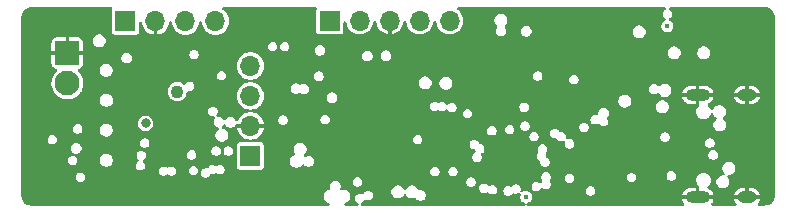
<source format=gbr>
%TF.GenerationSoftware,KiCad,Pcbnew,9.0.0*%
%TF.CreationDate,2025-05-19T18:24:25+02:00*%
%TF.ProjectId,CYPD3177_3.3V_V2_+_OLED,43595044-3331-4373-975f-332e33565f56,rev?*%
%TF.SameCoordinates,Original*%
%TF.FileFunction,Copper,L2,Inr*%
%TF.FilePolarity,Positive*%
%FSLAX46Y46*%
G04 Gerber Fmt 4.6, Leading zero omitted, Abs format (unit mm)*
G04 Created by KiCad (PCBNEW 9.0.0) date 2025-05-19 18:24:25*
%MOMM*%
%LPD*%
G01*
G04 APERTURE LIST*
G04 Aperture macros list*
%AMRoundRect*
0 Rectangle with rounded corners*
0 $1 Rounding radius*
0 $2 $3 $4 $5 $6 $7 $8 $9 X,Y pos of 4 corners*
0 Add a 4 corners polygon primitive as box body*
4,1,4,$2,$3,$4,$5,$6,$7,$8,$9,$2,$3,0*
0 Add four circle primitives for the rounded corners*
1,1,$1+$1,$2,$3*
1,1,$1+$1,$4,$5*
1,1,$1+$1,$6,$7*
1,1,$1+$1,$8,$9*
0 Add four rect primitives between the rounded corners*
20,1,$1+$1,$2,$3,$4,$5,0*
20,1,$1+$1,$4,$5,$6,$7,0*
20,1,$1+$1,$6,$7,$8,$9,0*
20,1,$1+$1,$8,$9,$2,$3,0*%
G04 Aperture macros list end*
%TA.AperFunction,ComponentPad*%
%ADD10C,0.800000*%
%TD*%
%TA.AperFunction,ComponentPad*%
%ADD11C,1.100000*%
%TD*%
%TA.AperFunction,ComponentPad*%
%ADD12R,1.700000X1.700000*%
%TD*%
%TA.AperFunction,ComponentPad*%
%ADD13O,1.700000X1.700000*%
%TD*%
%TA.AperFunction,ComponentPad*%
%ADD14RoundRect,0.250001X-0.799999X0.799999X-0.799999X-0.799999X0.799999X-0.799999X0.799999X0.799999X0*%
%TD*%
%TA.AperFunction,ComponentPad*%
%ADD15C,2.100000*%
%TD*%
%TA.AperFunction,HeatsinkPad*%
%ADD16O,2.100000X1.000000*%
%TD*%
%TA.AperFunction,HeatsinkPad*%
%ADD17O,1.600000X1.000000*%
%TD*%
%TA.AperFunction,ViaPad*%
%ADD18C,0.600000*%
%TD*%
%TA.AperFunction,ViaPad*%
%ADD19C,1.000000*%
%TD*%
%TA.AperFunction,ViaPad*%
%ADD20C,0.400000*%
%TD*%
%TA.AperFunction,ViaPad*%
%ADD21C,1.200000*%
%TD*%
G04 APERTURE END LIST*
D10*
%TO.N,*%
%TO.C,SW1*%
X109616497Y-89933503D03*
D11*
X112303503Y-87246497D03*
%TD*%
D12*
%TO.N,/Logic/UPDI*%
%TO.C,J7*%
X125215000Y-81260000D03*
D13*
%TO.N,+5V*%
X127755000Y-81260000D03*
%TO.N,GND*%
X130295000Y-81260000D03*
%TO.N,/Logic/RX*%
X132835000Y-81260000D03*
%TO.N,/Logic/TX*%
X135375000Y-81260000D03*
%TD*%
D14*
%TO.N,GND*%
%TO.C,J2*%
X103000000Y-84000000D03*
D15*
%TO.N,/Logic/Rail_2*%
X103000000Y-86540000D03*
%TD*%
D16*
%TO.N,GND*%
%TO.C,J1*%
X156365000Y-96180000D03*
D17*
X160545000Y-96180000D03*
D16*
X156365000Y-87540000D03*
D17*
X160545000Y-87540000D03*
%TD*%
D12*
%TO.N,+5V*%
%TO.C,J5*%
X118500000Y-92700000D03*
D13*
%TO.N,GND*%
X118500000Y-90160000D03*
%TO.N,/Logic/SCL*%
X118500000Y-87620000D03*
%TO.N,/Logic/SDA*%
X118500000Y-85080000D03*
%TD*%
D12*
%TO.N,+3.3V*%
%TO.C,J8*%
X107920000Y-81290000D03*
D13*
%TO.N,GND*%
X110460000Y-81290000D03*
%TO.N,/Logic/SCL_3.3v*%
X113000000Y-81290000D03*
%TO.N,/Logic/SDA_3.3v*%
X115540000Y-81290000D03*
%TD*%
D18*
%TO.N,GND*%
X129150000Y-91650000D03*
D19*
X111340000Y-90530000D03*
D18*
X152100000Y-81000000D03*
X113767748Y-85798421D03*
D20*
X143450000Y-96500000D03*
D18*
X117970000Y-81390000D03*
D20*
X153100000Y-90375000D03*
D19*
X140700000Y-92937500D03*
X139700000Y-84175000D03*
D18*
X108400000Y-91250000D03*
X129750000Y-92050000D03*
D19*
X155700000Y-82080000D03*
D20*
X127690000Y-90530000D03*
X127379340Y-95610000D03*
D18*
X139850000Y-92687500D03*
D20*
X129153554Y-96053554D03*
D18*
X148626735Y-92348504D03*
D19*
X155700000Y-85450000D03*
X110620000Y-87990000D03*
D20*
X153200000Y-92375000D03*
%TO.N,/Logic/Buck_Status*%
X141838905Y-96168203D03*
%TO.N,GND*%
X126009718Y-91647955D03*
D18*
X128720507Y-92173763D03*
X146100000Y-96190000D03*
D19*
X130600000Y-91850000D03*
D18*
X116075000Y-88150000D03*
X141600000Y-93200000D03*
D20*
%TO.N,/Logic/Buck_Status*%
X153800000Y-81700000D03*
D18*
%TO.N,GND*%
X111350000Y-93070000D03*
D21*
X160950000Y-83675000D03*
D20*
X104500000Y-91500000D03*
X133060000Y-91816000D03*
D18*
X153750000Y-85575000D03*
D19*
X111340000Y-85440000D03*
D20*
X135680000Y-91770000D03*
X123000000Y-87990000D03*
D18*
X148500000Y-91500000D03*
X147978494Y-83600000D03*
X147900000Y-92950000D03*
D20*
X124375000Y-91780000D03*
%TD*%
%TA.AperFunction,Conductor*%
%TO.N,GND*%
G36*
X106768153Y-80120185D02*
G01*
X106813908Y-80172989D01*
X106823852Y-80242147D01*
X106814548Y-80274585D01*
X106811575Y-80281319D01*
X106772415Y-80370006D01*
X106772415Y-80370008D01*
X106769500Y-80395131D01*
X106769500Y-82184856D01*
X106769502Y-82184882D01*
X106772413Y-82209987D01*
X106772415Y-82209991D01*
X106817793Y-82312764D01*
X106817794Y-82312765D01*
X106897235Y-82392206D01*
X107000009Y-82437585D01*
X107025135Y-82440500D01*
X108814864Y-82440499D01*
X108814879Y-82440497D01*
X108814882Y-82440497D01*
X108839987Y-82437586D01*
X108839988Y-82437585D01*
X108839991Y-82437585D01*
X108942765Y-82392206D01*
X109022206Y-82312765D01*
X109067585Y-82209991D01*
X109070500Y-82184865D01*
X109070499Y-81443925D01*
X109090183Y-81376888D01*
X109142987Y-81331133D01*
X109212146Y-81321189D01*
X109275702Y-81350214D01*
X109313476Y-81408992D01*
X109316972Y-81424529D01*
X109338317Y-81559293D01*
X109394251Y-81731444D01*
X109394252Y-81731447D01*
X109476434Y-81892734D01*
X109582823Y-82039169D01*
X109710830Y-82167176D01*
X109857265Y-82273565D01*
X110018552Y-82355747D01*
X110018555Y-82355748D01*
X110190706Y-82411682D01*
X110310000Y-82430577D01*
X110310000Y-81767445D01*
X110394174Y-81790000D01*
X110525826Y-81790000D01*
X110610000Y-81767445D01*
X110610000Y-82430576D01*
X110729293Y-82411682D01*
X110901444Y-82355748D01*
X110901447Y-82355747D01*
X111062734Y-82273565D01*
X111209169Y-82167176D01*
X111337176Y-82039169D01*
X111443565Y-81892734D01*
X111525747Y-81731447D01*
X111525748Y-81731444D01*
X111581683Y-81559292D01*
X111607273Y-81397721D01*
X111637202Y-81334586D01*
X111696513Y-81297654D01*
X111766376Y-81298652D01*
X111824609Y-81337261D01*
X111852219Y-81397720D01*
X111877828Y-81559410D01*
X111933787Y-81731636D01*
X111933788Y-81731639D01*
X111989664Y-81841300D01*
X112000202Y-81861982D01*
X112016006Y-81892997D01*
X112122441Y-82039494D01*
X112122445Y-82039499D01*
X112250500Y-82167554D01*
X112250505Y-82167558D01*
X112355121Y-82243565D01*
X112397006Y-82273996D01*
X112473094Y-82312765D01*
X112558360Y-82356211D01*
X112558363Y-82356212D01*
X112636754Y-82381682D01*
X112730591Y-82412171D01*
X112813429Y-82425291D01*
X112909449Y-82440500D01*
X112909454Y-82440500D01*
X113090551Y-82440500D01*
X113178232Y-82426612D01*
X113269409Y-82412171D01*
X113441639Y-82356211D01*
X113602994Y-82273996D01*
X113749501Y-82167553D01*
X113877553Y-82039501D01*
X113983996Y-81892994D01*
X114066211Y-81731639D01*
X114122171Y-81559409D01*
X114139026Y-81452993D01*
X114147527Y-81399321D01*
X114177456Y-81336186D01*
X114236768Y-81299255D01*
X114306630Y-81300253D01*
X114364863Y-81338863D01*
X114392473Y-81399321D01*
X114417829Y-81559410D01*
X114473787Y-81731636D01*
X114473788Y-81731639D01*
X114529664Y-81841300D01*
X114540202Y-81861982D01*
X114556006Y-81892997D01*
X114662441Y-82039494D01*
X114662445Y-82039499D01*
X114790500Y-82167554D01*
X114790505Y-82167558D01*
X114895121Y-82243565D01*
X114937006Y-82273996D01*
X115013094Y-82312765D01*
X115098360Y-82356211D01*
X115098363Y-82356212D01*
X115176754Y-82381682D01*
X115270591Y-82412171D01*
X115353429Y-82425291D01*
X115449449Y-82440500D01*
X115449454Y-82440500D01*
X115630551Y-82440500D01*
X115718232Y-82426612D01*
X115809409Y-82412171D01*
X115981639Y-82356211D01*
X116142994Y-82273996D01*
X116289501Y-82167553D01*
X116417553Y-82039501D01*
X116523996Y-81892994D01*
X116606211Y-81731639D01*
X116662171Y-81559409D01*
X116679026Y-81452993D01*
X116690500Y-81380551D01*
X116690500Y-81199448D01*
X116674019Y-81095397D01*
X116662171Y-81020591D01*
X116619100Y-80888030D01*
X116606212Y-80848363D01*
X116606211Y-80848360D01*
X116571549Y-80780334D01*
X116523996Y-80687006D01*
X116485614Y-80634177D01*
X116417558Y-80540505D01*
X116417554Y-80540500D01*
X116289501Y-80412447D01*
X116248201Y-80382441D01*
X116168889Y-80324817D01*
X116126224Y-80269489D01*
X116120245Y-80199875D01*
X116152850Y-80138080D01*
X116213689Y-80103723D01*
X116241775Y-80100500D01*
X123982868Y-80100500D01*
X124049907Y-80120185D01*
X124095662Y-80172989D01*
X124105606Y-80242147D01*
X124096302Y-80274584D01*
X124093329Y-80281319D01*
X124067415Y-80340007D01*
X124067415Y-80340008D01*
X124064500Y-80365131D01*
X124064500Y-82154856D01*
X124064502Y-82154882D01*
X124067413Y-82179987D01*
X124067415Y-82179991D01*
X124112793Y-82282764D01*
X124112794Y-82282765D01*
X124192235Y-82362206D01*
X124295009Y-82407585D01*
X124320135Y-82410500D01*
X126109864Y-82410499D01*
X126109879Y-82410497D01*
X126109882Y-82410497D01*
X126134987Y-82407586D01*
X126134988Y-82407585D01*
X126134991Y-82407585D01*
X126237765Y-82362206D01*
X126317206Y-82282765D01*
X126362585Y-82179991D01*
X126365500Y-82154865D01*
X126365499Y-81417125D01*
X126385183Y-81350089D01*
X126437987Y-81304334D01*
X126507146Y-81294390D01*
X126570702Y-81323415D01*
X126608476Y-81382193D01*
X126611972Y-81397729D01*
X126632829Y-81529410D01*
X126688787Y-81701636D01*
X126688788Y-81701639D01*
X126733562Y-81789511D01*
X126770491Y-81861988D01*
X126771006Y-81862997D01*
X126877441Y-82009494D01*
X126877445Y-82009499D01*
X127005500Y-82137554D01*
X127005505Y-82137558D01*
X127133287Y-82230396D01*
X127152006Y-82243996D01*
X127228094Y-82282765D01*
X127313360Y-82326211D01*
X127313363Y-82326212D01*
X127399476Y-82354191D01*
X127485591Y-82382171D01*
X127568429Y-82395291D01*
X127664449Y-82410500D01*
X127664454Y-82410500D01*
X127845551Y-82410500D01*
X127932259Y-82396765D01*
X128024409Y-82382171D01*
X128196639Y-82326211D01*
X128357994Y-82243996D01*
X128504501Y-82137553D01*
X128632553Y-82009501D01*
X128738996Y-81862994D01*
X128821211Y-81701639D01*
X128877171Y-81529409D01*
X128902780Y-81367720D01*
X128932709Y-81304585D01*
X128992021Y-81267654D01*
X129061883Y-81268652D01*
X129120116Y-81307262D01*
X129147726Y-81367720D01*
X129173317Y-81529293D01*
X129229251Y-81701444D01*
X129229252Y-81701447D01*
X129311434Y-81862734D01*
X129417823Y-82009169D01*
X129545830Y-82137176D01*
X129692265Y-82243565D01*
X129853552Y-82325747D01*
X129853555Y-82325748D01*
X130025706Y-82381682D01*
X130145000Y-82400577D01*
X130145000Y-81737445D01*
X130229174Y-81760000D01*
X130360826Y-81760000D01*
X130445000Y-81737445D01*
X130445000Y-82400576D01*
X130564293Y-82381682D01*
X130736444Y-82325748D01*
X130736447Y-82325747D01*
X130897734Y-82243565D01*
X131044169Y-82137176D01*
X131172176Y-82009169D01*
X131278565Y-81862734D01*
X131360747Y-81701447D01*
X131360748Y-81701444D01*
X131416683Y-81529292D01*
X131442273Y-81367721D01*
X131472202Y-81304586D01*
X131531513Y-81267654D01*
X131601376Y-81268652D01*
X131659609Y-81307261D01*
X131687219Y-81367720D01*
X131712828Y-81529410D01*
X131768787Y-81701636D01*
X131768788Y-81701639D01*
X131813562Y-81789511D01*
X131850491Y-81861988D01*
X131851006Y-81862997D01*
X131957441Y-82009494D01*
X131957445Y-82009499D01*
X132085500Y-82137554D01*
X132085505Y-82137558D01*
X132213287Y-82230396D01*
X132232006Y-82243996D01*
X132308094Y-82282765D01*
X132393360Y-82326211D01*
X132393363Y-82326212D01*
X132479476Y-82354191D01*
X132565591Y-82382171D01*
X132648429Y-82395291D01*
X132744449Y-82410500D01*
X132744454Y-82410500D01*
X132925551Y-82410500D01*
X133012259Y-82396765D01*
X133104409Y-82382171D01*
X133276639Y-82326211D01*
X133437994Y-82243996D01*
X133584501Y-82137553D01*
X133712553Y-82009501D01*
X133818996Y-81862994D01*
X133901211Y-81701639D01*
X133957171Y-81529409D01*
X133973782Y-81424529D01*
X133982527Y-81369321D01*
X134012456Y-81306186D01*
X134071768Y-81269255D01*
X134141630Y-81270253D01*
X134199863Y-81308863D01*
X134227473Y-81369321D01*
X134252829Y-81529410D01*
X134308787Y-81701636D01*
X134308788Y-81701639D01*
X134353562Y-81789511D01*
X134390491Y-81861988D01*
X134391006Y-81862997D01*
X134497441Y-82009494D01*
X134497445Y-82009499D01*
X134625500Y-82137554D01*
X134625505Y-82137558D01*
X134753287Y-82230396D01*
X134772006Y-82243996D01*
X134848094Y-82282765D01*
X134933360Y-82326211D01*
X134933363Y-82326212D01*
X135019476Y-82354191D01*
X135105591Y-82382171D01*
X135188429Y-82395291D01*
X135284449Y-82410500D01*
X135284454Y-82410500D01*
X135465551Y-82410500D01*
X135552259Y-82396765D01*
X135644409Y-82382171D01*
X135816639Y-82326211D01*
X135977994Y-82243996D01*
X136124501Y-82137553D01*
X136252553Y-82009501D01*
X136358996Y-81862994D01*
X136441211Y-81701639D01*
X136497171Y-81529409D01*
X136513782Y-81424529D01*
X136525500Y-81350551D01*
X136525500Y-81169451D01*
X136524604Y-81163793D01*
X136524604Y-81163791D01*
X136522820Y-81152525D01*
X139149500Y-81152525D01*
X139149500Y-81297475D01*
X139187016Y-81437485D01*
X139187017Y-81437488D01*
X139259488Y-81563011D01*
X139259493Y-81563017D01*
X139367005Y-81670529D01*
X139400490Y-81731852D01*
X139395506Y-81801544D01*
X139367012Y-81845885D01*
X139359513Y-81853384D01*
X139359511Y-81853387D01*
X139300201Y-81956114D01*
X139269500Y-82070691D01*
X139269500Y-82189309D01*
X139300201Y-82303886D01*
X139359511Y-82406613D01*
X139443387Y-82490489D01*
X139546114Y-82549799D01*
X139660691Y-82580500D01*
X139660694Y-82580500D01*
X139779306Y-82580500D01*
X139779309Y-82580500D01*
X139893886Y-82549799D01*
X139996613Y-82490489D01*
X140080489Y-82406613D01*
X140139799Y-82303886D01*
X140170500Y-82189309D01*
X140170500Y-82090691D01*
X141399500Y-82090691D01*
X141399500Y-82209309D01*
X141430201Y-82323886D01*
X141489511Y-82426613D01*
X141573387Y-82510489D01*
X141676114Y-82569799D01*
X141790691Y-82600500D01*
X141790694Y-82600500D01*
X141909306Y-82600500D01*
X141909309Y-82600500D01*
X142023886Y-82569799D01*
X142126613Y-82510489D01*
X142210489Y-82426613D01*
X142269799Y-82323886D01*
X142300500Y-82209309D01*
X142300500Y-82127525D01*
X150849500Y-82127525D01*
X150849500Y-82272475D01*
X150886484Y-82410499D01*
X150887017Y-82412488D01*
X150959488Y-82538011D01*
X150959490Y-82538013D01*
X150959491Y-82538015D01*
X151061985Y-82640509D01*
X151061986Y-82640510D01*
X151061988Y-82640511D01*
X151187511Y-82712982D01*
X151187512Y-82712982D01*
X151187515Y-82712984D01*
X151327525Y-82750500D01*
X151327528Y-82750500D01*
X151472472Y-82750500D01*
X151472475Y-82750500D01*
X151612485Y-82712984D01*
X151738015Y-82640509D01*
X151840509Y-82538015D01*
X151912984Y-82412485D01*
X151950500Y-82272475D01*
X151950500Y-82127525D01*
X151912984Y-81987515D01*
X151906400Y-81976112D01*
X151840511Y-81861988D01*
X151840506Y-81861982D01*
X151738017Y-81759493D01*
X151738011Y-81759488D01*
X151612488Y-81687017D01*
X151612489Y-81687017D01*
X151601006Y-81683940D01*
X151472475Y-81649500D01*
X151327525Y-81649500D01*
X151198993Y-81683940D01*
X151187511Y-81687017D01*
X151061988Y-81759488D01*
X151061982Y-81759493D01*
X150959493Y-81861982D01*
X150959488Y-81861988D01*
X150887017Y-81987511D01*
X150887016Y-81987515D01*
X150849500Y-82127525D01*
X142300500Y-82127525D01*
X142300500Y-82090691D01*
X142269799Y-81976114D01*
X142210489Y-81873387D01*
X142126613Y-81789511D01*
X142023886Y-81730201D01*
X141909309Y-81699500D01*
X141790691Y-81699500D01*
X141676114Y-81730201D01*
X141676112Y-81730201D01*
X141676112Y-81730202D01*
X141573387Y-81789511D01*
X141573384Y-81789513D01*
X141489513Y-81873384D01*
X141489511Y-81873387D01*
X141430201Y-81976114D01*
X141399500Y-82090691D01*
X140170500Y-82090691D01*
X140170500Y-82070691D01*
X140139799Y-81956114D01*
X140080489Y-81853387D01*
X140052992Y-81825890D01*
X140019508Y-81764566D01*
X140024494Y-81694875D01*
X140052990Y-81650533D01*
X140140509Y-81563015D01*
X140212984Y-81437485D01*
X140250500Y-81297475D01*
X140250500Y-81152525D01*
X140212984Y-81012515D01*
X140208303Y-81004408D01*
X140140511Y-80886988D01*
X140140506Y-80886982D01*
X140038017Y-80784493D01*
X140038011Y-80784488D01*
X139912488Y-80712017D01*
X139912489Y-80712017D01*
X139897990Y-80708132D01*
X139772475Y-80674500D01*
X139627525Y-80674500D01*
X139502010Y-80708132D01*
X139487511Y-80712017D01*
X139361988Y-80784488D01*
X139361982Y-80784493D01*
X139259493Y-80886982D01*
X139259488Y-80886988D01*
X139187017Y-81012511D01*
X139187016Y-81012515D01*
X139149500Y-81152525D01*
X136522820Y-81152525D01*
X136497171Y-80990589D01*
X136441212Y-80818363D01*
X136441211Y-80818360D01*
X136409867Y-80756846D01*
X136358996Y-80657006D01*
X136337394Y-80627273D01*
X136252558Y-80510505D01*
X136252554Y-80510500D01*
X136124495Y-80382441D01*
X136045182Y-80324818D01*
X136002516Y-80269489D01*
X135996537Y-80199875D01*
X136029142Y-80138080D01*
X136089981Y-80103723D01*
X136118067Y-80100500D01*
X153539949Y-80100500D01*
X153606988Y-80120185D01*
X153652743Y-80172989D01*
X153662687Y-80242147D01*
X153633662Y-80305703D01*
X153601952Y-80331884D01*
X153564244Y-80353656D01*
X153554084Y-80359522D01*
X153479521Y-80434085D01*
X153426794Y-80525410D01*
X153426793Y-80525413D01*
X153399500Y-80627273D01*
X153399500Y-80732727D01*
X153423977Y-80824075D01*
X153426793Y-80834586D01*
X153426794Y-80834589D01*
X153434812Y-80848477D01*
X153479520Y-80925913D01*
X153554087Y-81000480D01*
X153596346Y-81024878D01*
X153644561Y-81075444D01*
X153657784Y-81144051D01*
X153631816Y-81208916D01*
X153596346Y-81239651D01*
X153492686Y-81299500D01*
X153492683Y-81299502D01*
X153399502Y-81392683D01*
X153399500Y-81392686D01*
X153333608Y-81506812D01*
X153299500Y-81634108D01*
X153299500Y-81765891D01*
X153333608Y-81893187D01*
X153366554Y-81950250D01*
X153399500Y-82007314D01*
X153492686Y-82100500D01*
X153606814Y-82166392D01*
X153734108Y-82200500D01*
X153734110Y-82200500D01*
X153865890Y-82200500D01*
X153865892Y-82200500D01*
X153993186Y-82166392D01*
X154107314Y-82100500D01*
X154200500Y-82007314D01*
X154266392Y-81893186D01*
X154300500Y-81765892D01*
X154300500Y-81634108D01*
X154266392Y-81506814D01*
X154200500Y-81392686D01*
X154107314Y-81299500D01*
X154003653Y-81239651D01*
X153955438Y-81189083D01*
X153942216Y-81120476D01*
X153968184Y-81055612D01*
X154003649Y-81024880D01*
X154045913Y-81000480D01*
X154120480Y-80925913D01*
X154173207Y-80834587D01*
X154200500Y-80732727D01*
X154200500Y-80627273D01*
X154173207Y-80525413D01*
X154120480Y-80434087D01*
X154045913Y-80359520D01*
X153998048Y-80331885D01*
X153949835Y-80281319D01*
X153936613Y-80212712D01*
X153962581Y-80147848D01*
X154019495Y-80107320D01*
X154060051Y-80100500D01*
X161996511Y-80100500D01*
X162000389Y-80100561D01*
X162066275Y-80102622D01*
X162079452Y-80103741D01*
X162234101Y-80125238D01*
X162252975Y-80129381D01*
X162397654Y-80173208D01*
X162418296Y-80181551D01*
X162539321Y-80243634D01*
X162560201Y-80257149D01*
X162657402Y-80334935D01*
X162676244Y-80353656D01*
X162753655Y-80449132D01*
X162768152Y-80471585D01*
X162830973Y-80596701D01*
X162838182Y-80614315D01*
X162859610Y-80680822D01*
X162862735Y-80692416D01*
X162880712Y-80774811D01*
X162882614Y-80785942D01*
X162894233Y-80879378D01*
X162895085Y-80889803D01*
X162899404Y-80999531D01*
X162899500Y-81004408D01*
X162899500Y-95995324D01*
X162899393Y-96000479D01*
X162897084Y-96055975D01*
X162895789Y-96069412D01*
X162872535Y-96222748D01*
X162868281Y-96241180D01*
X162821849Y-96389596D01*
X162813592Y-96409640D01*
X162748714Y-96534792D01*
X162735495Y-96555135D01*
X162655314Y-96655469D01*
X162636973Y-96674024D01*
X162540322Y-96753112D01*
X162518106Y-96767622D01*
X162393870Y-96830944D01*
X162376239Y-96838280D01*
X162311250Y-96859616D01*
X162299540Y-96862835D01*
X162247483Y-96874434D01*
X162223333Y-96879815D01*
X162219235Y-96880728D01*
X162207923Y-96882704D01*
X162117468Y-96894217D01*
X162106816Y-96895108D01*
X162000562Y-96899399D01*
X161995558Y-96899500D01*
X161556234Y-96899500D01*
X161489195Y-96879815D01*
X161443440Y-96827011D01*
X161433496Y-96757853D01*
X161462521Y-96694297D01*
X161465296Y-96691316D01*
X161466401Y-96689969D01*
X161553947Y-96558948D01*
X161553952Y-96558939D01*
X161614255Y-96413353D01*
X161614258Y-96413343D01*
X161630836Y-96330000D01*
X161104808Y-96330000D01*
X161124556Y-96295796D01*
X161145000Y-96219496D01*
X161145000Y-96140504D01*
X161124556Y-96064204D01*
X161104808Y-96030000D01*
X161630836Y-96030000D01*
X161630836Y-96029999D01*
X161614258Y-95946656D01*
X161614255Y-95946646D01*
X161553952Y-95801060D01*
X161553947Y-95801051D01*
X161466401Y-95670030D01*
X161466398Y-95670026D01*
X161354973Y-95558601D01*
X161354969Y-95558598D01*
X161223948Y-95471052D01*
X161223939Y-95471047D01*
X161078351Y-95410743D01*
X161078343Y-95410741D01*
X160923797Y-95380000D01*
X160695000Y-95380000D01*
X160695000Y-95880000D01*
X160395000Y-95880000D01*
X160395000Y-95380000D01*
X160166202Y-95380000D01*
X160011656Y-95410741D01*
X160011648Y-95410743D01*
X159866060Y-95471047D01*
X159866051Y-95471052D01*
X159735030Y-95558598D01*
X159735026Y-95558601D01*
X159623601Y-95670026D01*
X159623598Y-95670030D01*
X159536052Y-95801051D01*
X159536047Y-95801060D01*
X159475744Y-95946646D01*
X159475741Y-95946656D01*
X159459163Y-96029999D01*
X159459164Y-96030000D01*
X159985192Y-96030000D01*
X159965444Y-96064204D01*
X159945000Y-96140504D01*
X159945000Y-96219496D01*
X159965444Y-96295796D01*
X159985192Y-96330000D01*
X159459163Y-96330000D01*
X159475741Y-96413343D01*
X159475744Y-96413353D01*
X159536047Y-96558939D01*
X159536052Y-96558948D01*
X159623598Y-96689969D01*
X159627464Y-96694680D01*
X159625896Y-96695966D01*
X159654932Y-96749142D01*
X159649948Y-96818834D01*
X159608076Y-96874767D01*
X159542612Y-96899184D01*
X159533766Y-96899500D01*
X157626234Y-96899500D01*
X157559195Y-96879815D01*
X157513440Y-96827011D01*
X157503496Y-96757853D01*
X157532521Y-96694297D01*
X157535296Y-96691316D01*
X157536401Y-96689969D01*
X157623947Y-96558948D01*
X157623952Y-96558939D01*
X157684255Y-96413353D01*
X157684258Y-96413343D01*
X157700836Y-96330000D01*
X157174808Y-96330000D01*
X157194556Y-96295796D01*
X157215000Y-96219496D01*
X157215000Y-96140504D01*
X157194556Y-96064204D01*
X157174808Y-96030000D01*
X157700836Y-96030000D01*
X157700836Y-96029999D01*
X157684258Y-95946656D01*
X157684255Y-95946646D01*
X157623952Y-95801060D01*
X157623947Y-95801051D01*
X157536401Y-95670030D01*
X157536398Y-95670026D01*
X157424973Y-95558601D01*
X157424969Y-95558598D01*
X157293948Y-95471052D01*
X157293933Y-95471044D01*
X157272333Y-95462097D01*
X157217930Y-95418255D01*
X157195866Y-95351961D01*
X157213146Y-95284262D01*
X157250897Y-95244434D01*
X157263733Y-95235858D01*
X157350858Y-95148733D01*
X157419311Y-95046286D01*
X157466463Y-94932452D01*
X157487334Y-94827525D01*
X157949500Y-94827525D01*
X157949500Y-94972475D01*
X157983537Y-95099500D01*
X157987017Y-95112488D01*
X158059488Y-95238011D01*
X158059490Y-95238013D01*
X158059491Y-95238015D01*
X158161985Y-95340509D01*
X158161986Y-95340510D01*
X158161988Y-95340511D01*
X158287511Y-95412982D01*
X158287512Y-95412982D01*
X158287515Y-95412984D01*
X158427525Y-95450500D01*
X158427528Y-95450500D01*
X158572472Y-95450500D01*
X158572475Y-95450500D01*
X158712485Y-95412984D01*
X158838015Y-95340509D01*
X158940509Y-95238015D01*
X159012984Y-95112485D01*
X159050500Y-94972475D01*
X159050500Y-94827525D01*
X159012984Y-94687515D01*
X158999746Y-94664587D01*
X158940511Y-94561988D01*
X158940506Y-94561982D01*
X158890705Y-94512181D01*
X158857220Y-94450858D01*
X158862204Y-94381166D01*
X158904076Y-94325233D01*
X158969540Y-94300816D01*
X158978386Y-94300500D01*
X159072472Y-94300500D01*
X159072475Y-94300500D01*
X159212485Y-94262984D01*
X159338015Y-94190509D01*
X159440509Y-94088015D01*
X159512984Y-93962485D01*
X159550500Y-93822475D01*
X159550500Y-93677525D01*
X159512984Y-93537515D01*
X159510714Y-93533584D01*
X159440511Y-93411988D01*
X159440506Y-93411982D01*
X159338017Y-93309493D01*
X159338011Y-93309488D01*
X159212488Y-93237017D01*
X159212489Y-93237017D01*
X159184756Y-93229586D01*
X159072475Y-93199500D01*
X158927525Y-93199500D01*
X158815244Y-93229586D01*
X158787511Y-93237017D01*
X158661988Y-93309488D01*
X158661982Y-93309493D01*
X158559493Y-93411982D01*
X158559488Y-93411988D01*
X158487017Y-93537511D01*
X158483190Y-93551793D01*
X158449500Y-93677525D01*
X158449500Y-93822475D01*
X158477106Y-93925499D01*
X158487017Y-93962488D01*
X158559488Y-94088011D01*
X158559493Y-94088017D01*
X158609295Y-94137819D01*
X158642780Y-94199142D01*
X158637796Y-94268834D01*
X158595924Y-94324767D01*
X158530460Y-94349184D01*
X158521614Y-94349500D01*
X158427525Y-94349500D01*
X158310329Y-94380903D01*
X158287511Y-94387017D01*
X158161988Y-94459488D01*
X158161982Y-94459493D01*
X158059493Y-94561982D01*
X158059488Y-94561988D01*
X157987017Y-94687511D01*
X157987016Y-94687515D01*
X157949500Y-94827525D01*
X157487334Y-94827525D01*
X157490500Y-94811606D01*
X157490500Y-94688394D01*
X157466463Y-94567548D01*
X157419311Y-94453714D01*
X157419310Y-94453713D01*
X157419307Y-94453707D01*
X157350858Y-94351267D01*
X157350855Y-94351263D01*
X157263736Y-94264144D01*
X157263732Y-94264141D01*
X157161292Y-94195692D01*
X157161283Y-94195687D01*
X157047454Y-94148538D01*
X157047455Y-94148538D01*
X157047452Y-94148537D01*
X157047448Y-94148536D01*
X157047444Y-94148535D01*
X156926610Y-94124500D01*
X156926606Y-94124500D01*
X156803394Y-94124500D01*
X156803389Y-94124500D01*
X156682555Y-94148535D01*
X156682545Y-94148538D01*
X156568716Y-94195687D01*
X156568707Y-94195692D01*
X156466267Y-94264141D01*
X156466263Y-94264144D01*
X156379144Y-94351263D01*
X156379141Y-94351267D01*
X156310692Y-94453707D01*
X156310687Y-94453716D01*
X156263538Y-94567545D01*
X156263535Y-94567555D01*
X156239500Y-94688389D01*
X156239500Y-94811610D01*
X156263535Y-94932444D01*
X156263537Y-94932452D01*
X156267117Y-94941094D01*
X156310687Y-95046283D01*
X156310692Y-95046292D01*
X156379141Y-95148732D01*
X156379144Y-95148736D01*
X156466261Y-95235853D01*
X156469663Y-95238645D01*
X156508999Y-95296390D01*
X156515000Y-95334500D01*
X156515000Y-95880000D01*
X156215000Y-95880000D01*
X156215000Y-95380000D01*
X155736202Y-95380000D01*
X155581656Y-95410741D01*
X155581648Y-95410743D01*
X155436060Y-95471047D01*
X155436051Y-95471052D01*
X155305030Y-95558598D01*
X155305026Y-95558601D01*
X155193601Y-95670026D01*
X155193598Y-95670030D01*
X155106052Y-95801051D01*
X155106047Y-95801060D01*
X155045744Y-95946646D01*
X155045741Y-95946656D01*
X155029163Y-96029999D01*
X155029164Y-96030000D01*
X155555192Y-96030000D01*
X155535444Y-96064204D01*
X155515000Y-96140504D01*
X155515000Y-96219496D01*
X155535444Y-96295796D01*
X155555192Y-96330000D01*
X155029163Y-96330000D01*
X155045741Y-96413343D01*
X155045744Y-96413353D01*
X155106047Y-96558939D01*
X155106052Y-96558948D01*
X155193598Y-96689969D01*
X155197464Y-96694680D01*
X155195896Y-96695966D01*
X155224932Y-96749142D01*
X155219948Y-96818834D01*
X155178076Y-96874767D01*
X155112612Y-96899184D01*
X155103766Y-96899500D01*
X141985324Y-96899500D01*
X141918285Y-96879815D01*
X141872530Y-96827011D01*
X141862586Y-96757853D01*
X141891611Y-96694297D01*
X141950389Y-96656523D01*
X141953209Y-96655730D01*
X142032091Y-96634595D01*
X142146219Y-96568703D01*
X142239405Y-96475517D01*
X142305297Y-96361389D01*
X142339405Y-96234095D01*
X142339405Y-96102311D01*
X142305297Y-95975017D01*
X142239405Y-95860889D01*
X142146219Y-95767703D01*
X142089155Y-95734757D01*
X142032092Y-95701811D01*
X141958173Y-95682005D01*
X141904797Y-95667703D01*
X141773013Y-95667703D01*
X141645719Y-95701811D01*
X141645718Y-95701811D01*
X141645716Y-95701812D01*
X141645715Y-95701812D01*
X141532129Y-95767392D01*
X141464229Y-95783865D01*
X141398202Y-95761013D01*
X141355011Y-95706091D01*
X141348370Y-95636538D01*
X141350354Y-95627912D01*
X141370500Y-95552727D01*
X141370500Y-95447273D01*
X141343207Y-95345413D01*
X141290480Y-95254087D01*
X141273666Y-95237273D01*
X142299500Y-95237273D01*
X142299500Y-95342727D01*
X142326793Y-95444587D01*
X142379520Y-95535913D01*
X142454087Y-95610480D01*
X142545413Y-95663207D01*
X142647273Y-95690500D01*
X142647275Y-95690500D01*
X142752725Y-95690500D01*
X142752727Y-95690500D01*
X142854587Y-95663207D01*
X142945913Y-95610480D01*
X142958120Y-95598273D01*
X146899337Y-95598273D01*
X146899337Y-95703727D01*
X146926363Y-95804588D01*
X146926630Y-95805586D01*
X146926631Y-95805589D01*
X146934069Y-95818472D01*
X146979357Y-95896913D01*
X147053924Y-95971480D01*
X147145250Y-96024207D01*
X147247110Y-96051500D01*
X147247112Y-96051500D01*
X147352562Y-96051500D01*
X147352564Y-96051500D01*
X147454424Y-96024207D01*
X147545750Y-95971480D01*
X147620317Y-95896913D01*
X147673044Y-95805587D01*
X147700337Y-95703727D01*
X147700337Y-95598273D01*
X147673044Y-95496413D01*
X147620317Y-95405087D01*
X147545750Y-95330520D01*
X147476433Y-95290500D01*
X147454426Y-95277794D01*
X147454425Y-95277793D01*
X147454424Y-95277793D01*
X147352564Y-95250500D01*
X147247110Y-95250500D01*
X147145250Y-95277793D01*
X147145247Y-95277794D01*
X147053922Y-95330521D01*
X146979358Y-95405085D01*
X146926631Y-95496410D01*
X146926630Y-95496413D01*
X146899337Y-95598273D01*
X142958120Y-95598273D01*
X143020480Y-95535913D01*
X143073207Y-95444587D01*
X143073207Y-95444586D01*
X143076980Y-95438052D01*
X143127547Y-95389836D01*
X143196154Y-95376614D01*
X143261019Y-95402582D01*
X143272048Y-95412371D01*
X143275838Y-95416161D01*
X143367164Y-95468888D01*
X143469024Y-95496181D01*
X143469026Y-95496181D01*
X143574476Y-95496181D01*
X143574478Y-95496181D01*
X143676338Y-95468888D01*
X143767664Y-95416161D01*
X143842231Y-95341594D01*
X143894958Y-95250268D01*
X143922251Y-95148408D01*
X143922251Y-95042954D01*
X143894958Y-94941094D01*
X143842231Y-94849768D01*
X143842225Y-94849762D01*
X143841102Y-94848298D01*
X143840535Y-94846832D01*
X143838167Y-94842730D01*
X143838806Y-94842360D01*
X143815911Y-94783127D01*
X143829953Y-94714683D01*
X143832095Y-94710816D01*
X143836023Y-94704011D01*
X143836025Y-94704010D01*
X143888752Y-94612684D01*
X143911638Y-94527273D01*
X145109500Y-94527273D01*
X145109500Y-94632727D01*
X145136793Y-94734587D01*
X145189520Y-94825913D01*
X145264087Y-94900480D01*
X145355413Y-94953207D01*
X145457273Y-94980500D01*
X145457275Y-94980500D01*
X145562725Y-94980500D01*
X145562727Y-94980500D01*
X145664587Y-94953207D01*
X145755913Y-94900480D01*
X145830480Y-94825913D01*
X145883207Y-94734587D01*
X145910500Y-94632727D01*
X145910500Y-94527273D01*
X145891744Y-94457273D01*
X150359500Y-94457273D01*
X150359500Y-94562727D01*
X150386793Y-94664587D01*
X150439520Y-94755913D01*
X150514087Y-94830480D01*
X150605413Y-94883207D01*
X150707273Y-94910500D01*
X150707275Y-94910500D01*
X150812725Y-94910500D01*
X150812727Y-94910500D01*
X150914587Y-94883207D01*
X151005913Y-94830480D01*
X151080480Y-94755913D01*
X151133207Y-94664587D01*
X151160500Y-94562727D01*
X151160500Y-94457273D01*
X151133207Y-94355413D01*
X151116960Y-94327273D01*
X153729500Y-94327273D01*
X153729500Y-94432727D01*
X153754834Y-94527273D01*
X153756793Y-94534586D01*
X153756794Y-94534589D01*
X153767266Y-94552727D01*
X153809520Y-94625913D01*
X153884087Y-94700480D01*
X153975413Y-94753207D01*
X154077273Y-94780500D01*
X154077275Y-94780500D01*
X154182725Y-94780500D01*
X154182727Y-94780500D01*
X154284587Y-94753207D01*
X154375913Y-94700480D01*
X154450480Y-94625913D01*
X154503207Y-94534587D01*
X154530500Y-94432727D01*
X154530500Y-94327273D01*
X154503207Y-94225413D01*
X154450480Y-94134087D01*
X154375913Y-94059520D01*
X154284587Y-94006793D01*
X154182727Y-93979500D01*
X154077273Y-93979500D01*
X153975413Y-94006793D01*
X153975410Y-94006794D01*
X153884085Y-94059521D01*
X153809521Y-94134085D01*
X153756794Y-94225410D01*
X153756793Y-94225413D01*
X153729500Y-94327273D01*
X151116960Y-94327273D01*
X151080480Y-94264087D01*
X151005913Y-94189520D01*
X150914587Y-94136793D01*
X150812727Y-94109500D01*
X150707273Y-94109500D01*
X150605413Y-94136793D01*
X150605410Y-94136794D01*
X150514085Y-94189521D01*
X150439521Y-94264085D01*
X150386794Y-94355410D01*
X150386794Y-94355411D01*
X150386793Y-94355413D01*
X150359500Y-94457273D01*
X145891744Y-94457273D01*
X145883207Y-94425413D01*
X145830480Y-94334087D01*
X145755913Y-94259520D01*
X145664587Y-94206793D01*
X145562727Y-94179500D01*
X145457273Y-94179500D01*
X145355413Y-94206793D01*
X145355410Y-94206794D01*
X145264085Y-94259521D01*
X145189521Y-94334085D01*
X145136794Y-94425410D01*
X145136793Y-94425413D01*
X145109500Y-94527273D01*
X143911638Y-94527273D01*
X143916045Y-94510824D01*
X143916045Y-94405370D01*
X143888752Y-94303510D01*
X143836025Y-94212184D01*
X143761458Y-94137617D01*
X143670132Y-94084890D01*
X143568272Y-94057597D01*
X143462818Y-94057597D01*
X143360958Y-94084890D01*
X143360955Y-94084891D01*
X143269630Y-94137618D01*
X143195066Y-94212182D01*
X143142339Y-94303507D01*
X143142338Y-94303510D01*
X143115045Y-94405370D01*
X143115045Y-94510824D01*
X143130773Y-94569520D01*
X143142338Y-94612683D01*
X143142339Y-94612686D01*
X143146736Y-94620301D01*
X143195065Y-94704010D01*
X143195069Y-94704014D01*
X143196194Y-94705481D01*
X143196759Y-94706943D01*
X143199129Y-94711048D01*
X143198488Y-94711417D01*
X143203400Y-94724125D01*
X143214993Y-94740405D01*
X143215738Y-94756045D01*
X143221384Y-94770652D01*
X143217366Y-94790231D01*
X143218318Y-94810196D01*
X143207964Y-94836054D01*
X143207341Y-94839096D01*
X143205200Y-94842961D01*
X143144770Y-94947628D01*
X143094203Y-94995844D01*
X143025596Y-95009066D01*
X142960731Y-94983098D01*
X142949702Y-94973309D01*
X142945914Y-94969521D01*
X142945913Y-94969520D01*
X142854587Y-94916793D01*
X142752727Y-94889500D01*
X142647273Y-94889500D01*
X142545413Y-94916793D01*
X142545410Y-94916794D01*
X142454085Y-94969521D01*
X142379521Y-95044085D01*
X142326794Y-95135410D01*
X142326793Y-95135413D01*
X142299500Y-95237273D01*
X141273666Y-95237273D01*
X141215913Y-95179520D01*
X141124587Y-95126793D01*
X141022727Y-95099500D01*
X140917273Y-95099500D01*
X140815413Y-95126793D01*
X140815410Y-95126794D01*
X140724085Y-95179521D01*
X140649521Y-95254085D01*
X140646952Y-95257434D01*
X140644065Y-95259541D01*
X140643773Y-95259834D01*
X140643727Y-95259788D01*
X140590523Y-95298635D01*
X140520777Y-95302788D01*
X140486579Y-95289333D01*
X140464861Y-95276794D01*
X140451470Y-95273206D01*
X140363001Y-95249501D01*
X140257547Y-95249501D01*
X140155687Y-95276794D01*
X140155684Y-95276795D01*
X140064359Y-95329522D01*
X139989795Y-95404086D01*
X139937068Y-95495411D01*
X139937067Y-95495414D01*
X139909774Y-95597274D01*
X139909774Y-95702728D01*
X139936120Y-95801051D01*
X139937067Y-95804587D01*
X139937068Y-95804590D01*
X139939785Y-95809296D01*
X139989794Y-95895914D01*
X140064361Y-95970481D01*
X140155687Y-96023208D01*
X140257547Y-96050501D01*
X140257549Y-96050501D01*
X140362999Y-96050501D01*
X140363001Y-96050501D01*
X140464861Y-96023208D01*
X140556187Y-95970481D01*
X140630754Y-95895914D01*
X140630760Y-95895902D01*
X140633312Y-95892578D01*
X140636196Y-95890471D01*
X140636501Y-95890167D01*
X140636548Y-95890214D01*
X140689736Y-95851370D01*
X140759482Y-95847208D01*
X140793694Y-95860667D01*
X140815413Y-95873207D01*
X140917273Y-95900500D01*
X140917275Y-95900500D01*
X141022725Y-95900500D01*
X141022727Y-95900500D01*
X141124587Y-95873207D01*
X141190907Y-95834916D01*
X141258803Y-95818445D01*
X141324830Y-95841297D01*
X141368021Y-95896218D01*
X141374663Y-95965771D01*
X141372679Y-95974398D01*
X141372514Y-95975015D01*
X141372513Y-95975017D01*
X141338405Y-96102311D01*
X141338405Y-96234095D01*
X141346882Y-96265733D01*
X141372513Y-96361390D01*
X141405459Y-96418453D01*
X141438405Y-96475517D01*
X141531591Y-96568703D01*
X141607410Y-96612477D01*
X141642928Y-96632984D01*
X141645719Y-96634595D01*
X141724579Y-96655725D01*
X141784240Y-96692090D01*
X141814769Y-96754937D01*
X141806474Y-96824312D01*
X141761989Y-96878190D01*
X141695437Y-96899465D01*
X141692486Y-96899500D01*
X127951554Y-96899500D01*
X127884515Y-96879815D01*
X127838760Y-96827011D01*
X127828816Y-96757853D01*
X127857841Y-96694297D01*
X127889553Y-96668113D01*
X127894585Y-96665207D01*
X127894587Y-96665207D01*
X127985913Y-96612480D01*
X128060480Y-96537913D01*
X128113207Y-96446587D01*
X128113207Y-96446584D01*
X128117127Y-96439796D01*
X128167694Y-96391581D01*
X128236301Y-96378357D01*
X128286514Y-96394409D01*
X128310413Y-96408207D01*
X128412273Y-96435500D01*
X128412275Y-96435500D01*
X128517725Y-96435500D01*
X128517727Y-96435500D01*
X128619587Y-96408207D01*
X128710913Y-96355480D01*
X128785480Y-96280913D01*
X128838207Y-96189587D01*
X128865500Y-96087727D01*
X128865500Y-95982273D01*
X128838207Y-95880413D01*
X128785480Y-95789087D01*
X128710913Y-95714520D01*
X128639911Y-95673527D01*
X128639908Y-95673525D01*
X130419500Y-95673525D01*
X130419500Y-95818475D01*
X130456966Y-95958299D01*
X130457017Y-95958488D01*
X130529488Y-96084011D01*
X130529490Y-96084013D01*
X130529491Y-96084015D01*
X130631985Y-96186509D01*
X130631986Y-96186510D01*
X130631988Y-96186511D01*
X130757511Y-96258982D01*
X130757512Y-96258982D01*
X130757515Y-96258984D01*
X130897525Y-96296500D01*
X130897528Y-96296500D01*
X131042472Y-96296500D01*
X131042475Y-96296500D01*
X131182485Y-96258984D01*
X131308015Y-96186509D01*
X131410509Y-96084015D01*
X131458739Y-96000479D01*
X131462613Y-95993769D01*
X131513180Y-95945553D01*
X131581787Y-95932331D01*
X131646652Y-95958299D01*
X131677387Y-95993769D01*
X131694960Y-96024206D01*
X131729491Y-96084015D01*
X131831985Y-96186509D01*
X131831986Y-96186510D01*
X131831988Y-96186511D01*
X131957511Y-96258982D01*
X131957512Y-96258982D01*
X131957515Y-96258984D01*
X132097525Y-96296500D01*
X132097528Y-96296500D01*
X132242472Y-96296500D01*
X132242475Y-96296500D01*
X132382485Y-96258984D01*
X132382486Y-96258983D01*
X132390336Y-96256880D01*
X132391085Y-96259676D01*
X132446670Y-96253687D01*
X132509156Y-96284948D01*
X132532067Y-96313720D01*
X132539511Y-96326613D01*
X132623387Y-96410489D01*
X132726114Y-96469799D01*
X132840691Y-96500500D01*
X132840694Y-96500500D01*
X132959306Y-96500500D01*
X132959309Y-96500500D01*
X133073886Y-96469799D01*
X133176613Y-96410489D01*
X133260489Y-96326613D01*
X133319799Y-96223886D01*
X133350500Y-96109309D01*
X133350500Y-95990691D01*
X133319799Y-95876114D01*
X133260489Y-95773387D01*
X133176613Y-95689511D01*
X133073886Y-95630201D01*
X132959309Y-95599500D01*
X132840691Y-95599500D01*
X132840686Y-95599500D01*
X132828377Y-95602799D01*
X132758528Y-95601135D01*
X132700666Y-95561972D01*
X132687596Y-95540236D01*
X132687048Y-95540553D01*
X132610511Y-95407988D01*
X132610506Y-95407982D01*
X132585888Y-95383364D01*
X137863409Y-95383364D01*
X137863409Y-95488818D01*
X137890642Y-95590452D01*
X137890702Y-95590677D01*
X137890703Y-95590680D01*
X137902135Y-95610480D01*
X137943429Y-95682004D01*
X138017996Y-95756571D01*
X138109322Y-95809298D01*
X138211182Y-95836591D01*
X138211184Y-95836591D01*
X138316634Y-95836591D01*
X138316636Y-95836591D01*
X138418496Y-95809298D01*
X138493345Y-95766083D01*
X138561240Y-95749611D01*
X138627268Y-95772462D01*
X138652953Y-95800710D01*
X138654574Y-95799467D01*
X138659519Y-95805912D01*
X138659520Y-95805913D01*
X138734087Y-95880480D01*
X138825413Y-95933207D01*
X138927273Y-95960500D01*
X138927275Y-95960500D01*
X139032725Y-95960500D01*
X139032727Y-95960500D01*
X139134587Y-95933207D01*
X139225913Y-95880480D01*
X139300480Y-95805913D01*
X139353207Y-95714587D01*
X139380500Y-95612727D01*
X139380500Y-95507273D01*
X139353207Y-95405413D01*
X139300480Y-95314087D01*
X139225913Y-95239520D01*
X139134587Y-95186793D01*
X139032727Y-95159500D01*
X138927273Y-95159500D01*
X138825413Y-95186793D01*
X138825410Y-95186794D01*
X138750566Y-95230006D01*
X138682666Y-95246479D01*
X138616639Y-95223626D01*
X138590958Y-95195378D01*
X138589335Y-95196624D01*
X138584389Y-95190178D01*
X138509823Y-95115612D01*
X138509822Y-95115611D01*
X138418496Y-95062884D01*
X138316636Y-95035591D01*
X138211182Y-95035591D01*
X138109322Y-95062884D01*
X138109319Y-95062885D01*
X138017994Y-95115612D01*
X137943430Y-95190176D01*
X137890703Y-95281501D01*
X137890702Y-95281504D01*
X137863409Y-95383364D01*
X132585888Y-95383364D01*
X132508017Y-95305493D01*
X132508011Y-95305488D01*
X132382488Y-95233017D01*
X132382489Y-95233017D01*
X132347441Y-95223626D01*
X132242475Y-95195500D01*
X132097525Y-95195500D01*
X131992559Y-95223626D01*
X131957511Y-95233017D01*
X131831988Y-95305488D01*
X131831982Y-95305493D01*
X131729493Y-95407982D01*
X131729491Y-95407985D01*
X131677387Y-95498231D01*
X131626819Y-95546446D01*
X131558212Y-95559668D01*
X131493347Y-95533700D01*
X131462613Y-95498231D01*
X131445670Y-95468886D01*
X131410509Y-95407985D01*
X131308015Y-95305491D01*
X131308013Y-95305490D01*
X131308011Y-95305488D01*
X131182488Y-95233017D01*
X131182489Y-95233017D01*
X131147441Y-95223626D01*
X131042475Y-95195500D01*
X130897525Y-95195500D01*
X130792559Y-95223626D01*
X130757511Y-95233017D01*
X130631988Y-95305488D01*
X130631982Y-95305493D01*
X130529493Y-95407982D01*
X130529488Y-95407988D01*
X130457017Y-95533511D01*
X130457016Y-95533515D01*
X130419500Y-95673525D01*
X128639908Y-95673525D01*
X128619589Y-95661794D01*
X128619588Y-95661793D01*
X128619587Y-95661793D01*
X128517727Y-95634500D01*
X128412273Y-95634500D01*
X128310413Y-95661793D01*
X128310410Y-95661794D01*
X128219085Y-95714521D01*
X128144522Y-95789084D01*
X128144520Y-95789086D01*
X128144520Y-95789087D01*
X128132852Y-95809297D01*
X128087872Y-95887204D01*
X128037304Y-95935419D01*
X127968697Y-95948641D01*
X127918486Y-95932591D01*
X127894587Y-95918793D01*
X127852496Y-95907515D01*
X127792727Y-95891500D01*
X127687273Y-95891500D01*
X127585413Y-95918793D01*
X127585410Y-95918794D01*
X127494085Y-95971521D01*
X127419521Y-96046085D01*
X127366794Y-96137410D01*
X127366793Y-96137413D01*
X127339500Y-96239273D01*
X127339500Y-96344727D01*
X127366793Y-96446587D01*
X127419520Y-96537913D01*
X127494087Y-96612480D01*
X127585413Y-96665207D01*
X127585414Y-96665207D01*
X127590447Y-96668113D01*
X127638662Y-96718680D01*
X127651884Y-96787288D01*
X127625916Y-96852152D01*
X127569002Y-96892680D01*
X127528446Y-96899500D01*
X126559707Y-96899500D01*
X126492668Y-96879815D01*
X126446913Y-96827011D01*
X126436969Y-96757853D01*
X126465994Y-96694297D01*
X126524772Y-96656523D01*
X126527563Y-96655739D01*
X126612485Y-96632984D01*
X126738015Y-96560509D01*
X126840509Y-96458015D01*
X126912984Y-96332485D01*
X126950500Y-96192475D01*
X126950500Y-96047525D01*
X126912984Y-95907515D01*
X126908933Y-95900499D01*
X126840511Y-95781988D01*
X126840506Y-95781982D01*
X126738017Y-95679493D01*
X126738011Y-95679488D01*
X126612488Y-95607017D01*
X126612489Y-95607017D01*
X126584435Y-95599500D01*
X126472475Y-95569500D01*
X126327525Y-95569500D01*
X126246401Y-95591237D01*
X126176551Y-95589574D01*
X126118689Y-95550411D01*
X126091185Y-95486183D01*
X126098650Y-95431991D01*
X126097695Y-95431736D01*
X126099733Y-95424129D01*
X126099751Y-95424000D01*
X126099792Y-95423896D01*
X126099799Y-95423886D01*
X126130500Y-95309309D01*
X126130500Y-95190691D01*
X126099799Y-95076114D01*
X126040489Y-94973387D01*
X125956613Y-94889511D01*
X125866135Y-94837273D01*
X127159500Y-94837273D01*
X127159500Y-94942727D01*
X127186793Y-95044587D01*
X127239520Y-95135913D01*
X127314087Y-95210480D01*
X127405413Y-95263207D01*
X127507273Y-95290500D01*
X127507275Y-95290500D01*
X127612725Y-95290500D01*
X127612727Y-95290500D01*
X127714587Y-95263207D01*
X127805913Y-95210480D01*
X127880480Y-95135913D01*
X127933207Y-95044587D01*
X127960500Y-94942727D01*
X127960500Y-94847273D01*
X136769500Y-94847273D01*
X136769500Y-94952727D01*
X136796793Y-95054587D01*
X136849520Y-95145913D01*
X136924087Y-95220480D01*
X137015413Y-95273207D01*
X137117273Y-95300500D01*
X137117275Y-95300500D01*
X137222725Y-95300500D01*
X137222727Y-95300500D01*
X137324587Y-95273207D01*
X137415913Y-95220480D01*
X137490480Y-95145913D01*
X137543207Y-95054587D01*
X137570500Y-94952727D01*
X137570500Y-94847273D01*
X137543207Y-94745413D01*
X137490480Y-94654087D01*
X137415913Y-94579520D01*
X137325422Y-94527275D01*
X137324589Y-94526794D01*
X137324588Y-94526793D01*
X137324587Y-94526793D01*
X137222727Y-94499500D01*
X137117273Y-94499500D01*
X137015413Y-94526793D01*
X137015410Y-94526794D01*
X136924085Y-94579521D01*
X136849521Y-94654085D01*
X136796794Y-94745410D01*
X136796793Y-94745413D01*
X136769500Y-94847273D01*
X127960500Y-94847273D01*
X127960500Y-94837273D01*
X127933207Y-94735413D01*
X127880480Y-94644087D01*
X127805913Y-94569520D01*
X127732739Y-94527273D01*
X127714589Y-94516794D01*
X127714588Y-94516793D01*
X127714587Y-94516793D01*
X127612727Y-94489500D01*
X127507273Y-94489500D01*
X127405413Y-94516793D01*
X127405410Y-94516794D01*
X127314085Y-94569521D01*
X127239521Y-94644085D01*
X127186794Y-94735410D01*
X127186793Y-94735413D01*
X127159500Y-94837273D01*
X125866135Y-94837273D01*
X125853886Y-94830201D01*
X125739309Y-94799500D01*
X125620691Y-94799500D01*
X125506114Y-94830201D01*
X125506112Y-94830201D01*
X125506112Y-94830202D01*
X125403387Y-94889511D01*
X125403384Y-94889513D01*
X125319513Y-94973384D01*
X125319511Y-94973387D01*
X125272629Y-95054589D01*
X125260201Y-95076114D01*
X125229500Y-95190691D01*
X125229500Y-95309309D01*
X125260201Y-95423886D01*
X125260202Y-95423887D01*
X125262305Y-95431736D01*
X125259392Y-95432516D01*
X125265311Y-95487710D01*
X125234018Y-95550180D01*
X125175382Y-95585433D01*
X125081874Y-95610489D01*
X125057511Y-95617017D01*
X124931988Y-95689488D01*
X124931982Y-95689493D01*
X124829493Y-95791982D01*
X124829488Y-95791988D01*
X124757017Y-95917511D01*
X124756673Y-95918794D01*
X124719500Y-96057525D01*
X124719500Y-96202475D01*
X124757016Y-96342485D01*
X124757017Y-96342488D01*
X124829488Y-96468011D01*
X124829490Y-96468013D01*
X124829491Y-96468015D01*
X124931985Y-96570509D01*
X124931986Y-96570510D01*
X124931988Y-96570511D01*
X125057511Y-96642982D01*
X125057512Y-96642982D01*
X125057515Y-96642984D01*
X125105068Y-96655726D01*
X125164727Y-96692090D01*
X125195256Y-96754937D01*
X125186961Y-96824313D01*
X125142476Y-96878191D01*
X125075924Y-96899465D01*
X125072973Y-96899500D01*
X100002318Y-96899500D01*
X99999761Y-96899474D01*
X99996125Y-96899399D01*
X99931757Y-96898070D01*
X99917101Y-96896895D01*
X99766573Y-96875791D01*
X99747550Y-96871579D01*
X99603409Y-96827531D01*
X99582813Y-96819152D01*
X99513483Y-96783395D01*
X99461466Y-96756567D01*
X99440692Y-96743068D01*
X99342990Y-96664657D01*
X99324247Y-96645998D01*
X99246466Y-96549972D01*
X99232018Y-96527588D01*
X99202986Y-96469797D01*
X99169036Y-96402218D01*
X99161833Y-96384636D01*
X99158281Y-96373630D01*
X99140390Y-96318185D01*
X99137261Y-96306595D01*
X99133553Y-96289638D01*
X99119280Y-96224357D01*
X99117372Y-96213219D01*
X99116400Y-96205423D01*
X99105766Y-96120148D01*
X99104913Y-96109734D01*
X99100595Y-96000418D01*
X99100500Y-95995625D01*
X99100500Y-94447273D01*
X103699500Y-94447273D01*
X103699500Y-94552727D01*
X103726793Y-94654587D01*
X103779520Y-94745913D01*
X103854087Y-94820480D01*
X103945413Y-94873207D01*
X104047273Y-94900500D01*
X104047275Y-94900500D01*
X104152725Y-94900500D01*
X104152727Y-94900500D01*
X104254587Y-94873207D01*
X104345913Y-94820480D01*
X104420480Y-94745913D01*
X104473207Y-94654587D01*
X104500500Y-94552727D01*
X104500500Y-94447273D01*
X104473207Y-94345413D01*
X104420480Y-94254087D01*
X104345913Y-94179520D01*
X104273685Y-94137819D01*
X104254589Y-94126794D01*
X104254588Y-94126793D01*
X104254587Y-94126793D01*
X104152727Y-94099500D01*
X104047273Y-94099500D01*
X103945413Y-94126793D01*
X103945410Y-94126794D01*
X103854085Y-94179521D01*
X103779521Y-94254085D01*
X103726794Y-94345410D01*
X103726793Y-94345413D01*
X103699500Y-94447273D01*
X99100500Y-94447273D01*
X99100500Y-93927677D01*
X110743990Y-93927677D01*
X110743990Y-94033131D01*
X110771283Y-94134991D01*
X110824010Y-94226317D01*
X110898577Y-94300884D01*
X110989903Y-94353611D01*
X111091763Y-94380904D01*
X111091765Y-94380904D01*
X111197215Y-94380904D01*
X111197217Y-94380904D01*
X111299077Y-94353611D01*
X111390403Y-94300884D01*
X111393715Y-94297571D01*
X111455034Y-94264084D01*
X111524726Y-94269065D01*
X111556887Y-94286874D01*
X111561582Y-94290477D01*
X111561587Y-94290482D01*
X111652913Y-94343209D01*
X111754773Y-94370502D01*
X111754775Y-94370502D01*
X111860225Y-94370502D01*
X111860227Y-94370502D01*
X111962087Y-94343209D01*
X112053413Y-94290482D01*
X112127980Y-94215915D01*
X112180707Y-94124589D01*
X112208000Y-94022729D01*
X112208000Y-93917275D01*
X112195942Y-93872273D01*
X113269500Y-93872273D01*
X113269500Y-93977727D01*
X113294687Y-94071725D01*
X113296793Y-94079586D01*
X113296794Y-94079589D01*
X113301659Y-94088015D01*
X113349520Y-94170913D01*
X113424087Y-94245480D01*
X113515413Y-94298207D01*
X113617273Y-94325500D01*
X113617275Y-94325500D01*
X113722725Y-94325500D01*
X113722727Y-94325500D01*
X113824587Y-94298207D01*
X113915913Y-94245480D01*
X113990480Y-94170913D01*
X114032996Y-94097273D01*
X114279500Y-94097273D01*
X114279500Y-94202727D01*
X114306793Y-94304587D01*
X114359520Y-94395913D01*
X114434087Y-94470480D01*
X114525413Y-94523207D01*
X114627273Y-94550500D01*
X114627275Y-94550500D01*
X114732725Y-94550500D01*
X114732727Y-94550500D01*
X114834587Y-94523207D01*
X114925913Y-94470480D01*
X115000480Y-94395913D01*
X115053207Y-94304587D01*
X115053207Y-94304586D01*
X115057271Y-94297548D01*
X115060091Y-94299176D01*
X115094322Y-94256636D01*
X115160600Y-94234522D01*
X115197207Y-94238664D01*
X115222273Y-94245381D01*
X115222275Y-94245381D01*
X115327725Y-94245381D01*
X115327727Y-94245381D01*
X115429587Y-94218088D01*
X115520913Y-94165361D01*
X115520923Y-94165350D01*
X115521234Y-94165113D01*
X115521559Y-94164987D01*
X115527951Y-94161297D01*
X115528526Y-94162293D01*
X115586401Y-94139914D01*
X115654847Y-94153947D01*
X115671869Y-94166531D01*
X115672637Y-94165531D01*
X115679083Y-94170477D01*
X115679085Y-94170478D01*
X115679087Y-94170480D01*
X115770413Y-94223207D01*
X115872273Y-94250500D01*
X115872275Y-94250500D01*
X115977725Y-94250500D01*
X115977727Y-94250500D01*
X116079587Y-94223207D01*
X116170913Y-94170480D01*
X116245480Y-94095913D01*
X116298207Y-94004587D01*
X116308473Y-93966273D01*
X133709500Y-93966273D01*
X133709500Y-94071727D01*
X133736793Y-94173587D01*
X133789520Y-94264913D01*
X133864087Y-94339480D01*
X133955413Y-94392207D01*
X134057273Y-94419500D01*
X134057275Y-94419500D01*
X134162725Y-94419500D01*
X134162727Y-94419500D01*
X134264587Y-94392207D01*
X134355913Y-94339480D01*
X134430480Y-94264913D01*
X134483207Y-94173587D01*
X134510500Y-94071727D01*
X134510500Y-93966273D01*
X135249500Y-93966273D01*
X135249500Y-94071727D01*
X135276793Y-94173587D01*
X135329520Y-94264913D01*
X135404087Y-94339480D01*
X135495413Y-94392207D01*
X135597273Y-94419500D01*
X135597275Y-94419500D01*
X135702725Y-94419500D01*
X135702727Y-94419500D01*
X135804587Y-94392207D01*
X135895913Y-94339480D01*
X135970480Y-94264913D01*
X136023207Y-94173587D01*
X136050500Y-94071727D01*
X136050500Y-93966273D01*
X136023207Y-93864413D01*
X135970480Y-93773087D01*
X135895913Y-93698520D01*
X135804587Y-93645793D01*
X135702727Y-93618500D01*
X135597273Y-93618500D01*
X135495413Y-93645793D01*
X135495410Y-93645794D01*
X135404085Y-93698521D01*
X135329521Y-93773085D01*
X135276794Y-93864410D01*
X135276793Y-93864413D01*
X135249500Y-93966273D01*
X134510500Y-93966273D01*
X134483207Y-93864413D01*
X134430480Y-93773087D01*
X134355913Y-93698520D01*
X134264587Y-93645793D01*
X134162727Y-93618500D01*
X134057273Y-93618500D01*
X133955413Y-93645793D01*
X133955410Y-93645794D01*
X133864085Y-93698521D01*
X133789521Y-93773085D01*
X133736794Y-93864410D01*
X133736793Y-93864413D01*
X133709500Y-93966273D01*
X116308473Y-93966273D01*
X116325500Y-93902727D01*
X116325500Y-93797273D01*
X116298207Y-93695413D01*
X116245480Y-93604087D01*
X116170913Y-93529520D01*
X116079587Y-93476793D01*
X115977727Y-93449500D01*
X115872273Y-93449500D01*
X115770413Y-93476793D01*
X115770410Y-93476794D01*
X115691318Y-93522458D01*
X115679382Y-93529350D01*
X115679082Y-93529523D01*
X115678749Y-93529779D01*
X115678417Y-93529907D01*
X115672049Y-93533584D01*
X115671475Y-93532590D01*
X115613577Y-93554968D01*
X115545134Y-93540924D01*
X115528129Y-93528350D01*
X115527363Y-93529350D01*
X115520916Y-93524403D01*
X115496816Y-93510489D01*
X115438455Y-93476794D01*
X115429589Y-93471675D01*
X115429588Y-93471674D01*
X115429587Y-93471674D01*
X115327727Y-93444381D01*
X115222273Y-93444381D01*
X115120413Y-93471674D01*
X115120410Y-93471675D01*
X115029085Y-93524402D01*
X114954521Y-93598966D01*
X114897729Y-93697333D01*
X114894921Y-93695711D01*
X114860599Y-93738300D01*
X114794304Y-93760362D01*
X114757793Y-93756216D01*
X114732727Y-93749500D01*
X114627273Y-93749500D01*
X114525413Y-93776793D01*
X114525410Y-93776794D01*
X114434085Y-93829521D01*
X114359521Y-93904085D01*
X114312112Y-93986199D01*
X114312111Y-93986200D01*
X114306793Y-93995413D01*
X114279500Y-94097273D01*
X114032996Y-94097273D01*
X114043207Y-94079587D01*
X114070500Y-93977727D01*
X114070500Y-93872273D01*
X114043207Y-93770413D01*
X113990480Y-93679087D01*
X113915913Y-93604520D01*
X113824587Y-93551793D01*
X113722727Y-93524500D01*
X113617273Y-93524500D01*
X113515413Y-93551793D01*
X113515410Y-93551794D01*
X113424085Y-93604521D01*
X113349521Y-93679085D01*
X113296794Y-93770410D01*
X113296793Y-93770413D01*
X113269500Y-93872273D01*
X112195942Y-93872273D01*
X112180707Y-93815415D01*
X112127980Y-93724089D01*
X112053413Y-93649522D01*
X111974714Y-93604085D01*
X111962089Y-93596796D01*
X111962088Y-93596795D01*
X111962087Y-93596795D01*
X111860227Y-93569502D01*
X111754773Y-93569502D01*
X111652913Y-93596795D01*
X111652910Y-93596796D01*
X111561584Y-93649524D01*
X111558266Y-93652842D01*
X111496941Y-93686324D01*
X111427250Y-93681335D01*
X111395103Y-93663532D01*
X111390409Y-93659930D01*
X111390403Y-93659924D01*
X111299077Y-93607197D01*
X111197217Y-93579904D01*
X111091763Y-93579904D01*
X110989903Y-93607197D01*
X110989900Y-93607198D01*
X110898575Y-93659925D01*
X110824011Y-93734489D01*
X110771284Y-93825814D01*
X110771283Y-93825817D01*
X110743990Y-93927677D01*
X99100500Y-93927677D01*
X99100500Y-93022273D01*
X103049500Y-93022273D01*
X103049500Y-93127727D01*
X103076793Y-93229587D01*
X103129520Y-93320913D01*
X103204087Y-93395480D01*
X103295413Y-93448207D01*
X103397273Y-93475500D01*
X103397275Y-93475500D01*
X103502725Y-93475500D01*
X103502727Y-93475500D01*
X103604587Y-93448207D01*
X103695913Y-93395480D01*
X103770480Y-93320913D01*
X103823207Y-93229587D01*
X103850500Y-93127727D01*
X103850500Y-93022273D01*
X103843869Y-92997525D01*
X105749500Y-92997525D01*
X105749500Y-93142475D01*
X105787016Y-93282485D01*
X105787017Y-93282488D01*
X105859488Y-93408011D01*
X105859490Y-93408013D01*
X105859491Y-93408015D01*
X105961985Y-93510509D01*
X105961986Y-93510510D01*
X105961988Y-93510511D01*
X106087511Y-93582982D01*
X106087512Y-93582982D01*
X106087515Y-93582984D01*
X106227525Y-93620500D01*
X106227528Y-93620500D01*
X106372472Y-93620500D01*
X106372475Y-93620500D01*
X106512485Y-93582984D01*
X106638015Y-93510509D01*
X106676251Y-93472273D01*
X108774500Y-93472273D01*
X108774500Y-93577727D01*
X108801659Y-93679085D01*
X108801793Y-93679586D01*
X108801794Y-93679589D01*
X108815922Y-93704059D01*
X108854520Y-93770913D01*
X108929087Y-93845480D01*
X109020413Y-93898207D01*
X109122273Y-93925500D01*
X109122275Y-93925500D01*
X109227725Y-93925500D01*
X109227727Y-93925500D01*
X109329587Y-93898207D01*
X109420913Y-93845480D01*
X109495480Y-93770913D01*
X109548207Y-93679587D01*
X109575500Y-93577727D01*
X109575500Y-93472273D01*
X109548207Y-93370413D01*
X109495480Y-93279087D01*
X109420913Y-93204520D01*
X109417811Y-93201418D01*
X109384326Y-93140095D01*
X109389310Y-93070403D01*
X109431182Y-93014470D01*
X109443474Y-93006361D01*
X109499467Y-92974034D01*
X109574034Y-92899467D01*
X109626761Y-92808141D01*
X109654054Y-92706281D01*
X109654054Y-92600827D01*
X109639704Y-92547273D01*
X113119500Y-92547273D01*
X113119500Y-92652727D01*
X113146793Y-92754587D01*
X113199520Y-92845913D01*
X113274087Y-92920480D01*
X113365413Y-92973207D01*
X113467273Y-93000500D01*
X113467275Y-93000500D01*
X113572725Y-93000500D01*
X113572727Y-93000500D01*
X113674587Y-92973207D01*
X113765913Y-92920480D01*
X113840480Y-92845913D01*
X113893207Y-92754587D01*
X113920500Y-92652727D01*
X113920500Y-92547273D01*
X113893207Y-92445413D01*
X113840480Y-92354087D01*
X113765913Y-92279520D01*
X113674587Y-92226793D01*
X113657718Y-92222273D01*
X115199500Y-92222273D01*
X115199500Y-92327727D01*
X115226793Y-92429587D01*
X115279520Y-92520913D01*
X115354087Y-92595480D01*
X115445413Y-92648207D01*
X115547273Y-92675500D01*
X115547275Y-92675500D01*
X115652725Y-92675500D01*
X115652727Y-92675500D01*
X115754587Y-92648207D01*
X115845913Y-92595480D01*
X115920480Y-92520913D01*
X115973207Y-92429587D01*
X116000500Y-92327727D01*
X116000500Y-92222273D01*
X116219500Y-92222273D01*
X116219500Y-92327727D01*
X116246793Y-92429587D01*
X116299520Y-92520913D01*
X116374087Y-92595480D01*
X116465413Y-92648207D01*
X116567273Y-92675500D01*
X116567275Y-92675500D01*
X116672725Y-92675500D01*
X116672727Y-92675500D01*
X116774587Y-92648207D01*
X116865913Y-92595480D01*
X116940480Y-92520913D01*
X116993207Y-92429587D01*
X117020500Y-92327727D01*
X117020500Y-92222273D01*
X116993207Y-92120413D01*
X116940480Y-92029087D01*
X116865913Y-91954520D01*
X116786966Y-91908940D01*
X116786964Y-91908938D01*
X116774593Y-91901796D01*
X116774589Y-91901794D01*
X116774587Y-91901793D01*
X116672727Y-91874500D01*
X116567273Y-91874500D01*
X116465413Y-91901793D01*
X116465410Y-91901794D01*
X116374085Y-91954521D01*
X116299521Y-92029085D01*
X116246794Y-92120410D01*
X116246793Y-92120413D01*
X116219500Y-92222273D01*
X116000500Y-92222273D01*
X115973207Y-92120413D01*
X115920480Y-92029087D01*
X115845913Y-91954520D01*
X115754587Y-91901793D01*
X115652727Y-91874500D01*
X115547273Y-91874500D01*
X115445413Y-91901793D01*
X115445410Y-91901794D01*
X115354085Y-91954521D01*
X115279521Y-92029085D01*
X115226794Y-92120410D01*
X115226793Y-92120413D01*
X115199500Y-92222273D01*
X113657718Y-92222273D01*
X113572727Y-92199500D01*
X113467273Y-92199500D01*
X113365413Y-92226793D01*
X113365410Y-92226794D01*
X113274085Y-92279521D01*
X113199521Y-92354085D01*
X113146794Y-92445410D01*
X113146793Y-92445413D01*
X113119500Y-92547273D01*
X109639704Y-92547273D01*
X109626761Y-92498967D01*
X109574034Y-92407641D01*
X109499467Y-92333074D01*
X109408141Y-92280347D01*
X109306281Y-92253054D01*
X109200827Y-92253054D01*
X109098967Y-92280347D01*
X109098964Y-92280348D01*
X109007639Y-92333075D01*
X108933075Y-92407639D01*
X108880348Y-92498964D01*
X108880348Y-92498965D01*
X108880347Y-92498967D01*
X108853054Y-92600827D01*
X108853054Y-92706281D01*
X108868678Y-92764589D01*
X108880347Y-92808140D01*
X108880348Y-92808143D01*
X108892439Y-92829085D01*
X108932648Y-92898730D01*
X108933075Y-92899468D01*
X109010742Y-92977135D01*
X109044227Y-93038458D01*
X109039243Y-93108150D01*
X108997371Y-93164083D01*
X108985062Y-93172202D01*
X108929086Y-93204520D01*
X108854521Y-93279085D01*
X108801794Y-93370410D01*
X108801793Y-93370413D01*
X108774500Y-93472273D01*
X106676251Y-93472273D01*
X106740509Y-93408015D01*
X106812984Y-93282485D01*
X106850500Y-93142475D01*
X106850500Y-92997525D01*
X106812984Y-92857515D01*
X106810218Y-92852725D01*
X106740511Y-92731988D01*
X106740506Y-92731982D01*
X106638017Y-92629493D01*
X106638011Y-92629488D01*
X106512488Y-92557017D01*
X106512489Y-92557017D01*
X106496120Y-92552631D01*
X106372475Y-92519500D01*
X106227525Y-92519500D01*
X106103880Y-92552631D01*
X106087511Y-92557017D01*
X105961988Y-92629488D01*
X105961982Y-92629493D01*
X105859493Y-92731982D01*
X105859488Y-92731988D01*
X105787017Y-92857511D01*
X105787016Y-92857515D01*
X105749500Y-92997525D01*
X103843869Y-92997525D01*
X103823207Y-92920413D01*
X103770480Y-92829087D01*
X103695913Y-92754520D01*
X103656708Y-92731885D01*
X103608495Y-92681320D01*
X103595273Y-92612712D01*
X103621241Y-92547848D01*
X103678155Y-92507320D01*
X103718711Y-92500500D01*
X103809306Y-92500500D01*
X103809309Y-92500500D01*
X103923886Y-92469799D01*
X104026613Y-92410489D01*
X104110489Y-92326613D01*
X104169799Y-92223886D01*
X104200500Y-92109309D01*
X104200500Y-91990691D01*
X104169799Y-91876114D01*
X104110489Y-91773387D01*
X104026613Y-91689511D01*
X103952172Y-91646532D01*
X103952170Y-91646530D01*
X103923891Y-91630203D01*
X103923890Y-91630202D01*
X103903770Y-91624811D01*
X103809309Y-91599500D01*
X103690691Y-91599500D01*
X103576114Y-91630201D01*
X103576112Y-91630201D01*
X103576112Y-91630202D01*
X103473387Y-91689511D01*
X103473384Y-91689513D01*
X103389513Y-91773384D01*
X103389511Y-91773387D01*
X103331572Y-91873740D01*
X103330201Y-91876114D01*
X103299500Y-91990691D01*
X103299500Y-92109309D01*
X103330201Y-92223886D01*
X103389511Y-92326613D01*
X103473387Y-92410489D01*
X103516418Y-92435333D01*
X103529893Y-92443113D01*
X103578108Y-92493681D01*
X103591330Y-92562288D01*
X103565362Y-92627153D01*
X103508447Y-92667681D01*
X103467892Y-92674500D01*
X103397273Y-92674500D01*
X103295413Y-92701793D01*
X103295410Y-92701794D01*
X103204085Y-92754521D01*
X103129521Y-92829085D01*
X103076794Y-92920410D01*
X103076793Y-92920413D01*
X103049500Y-93022273D01*
X99100500Y-93022273D01*
X99100500Y-91272273D01*
X101324500Y-91272273D01*
X101324500Y-91377727D01*
X101351793Y-91479587D01*
X101404520Y-91570913D01*
X101479087Y-91645480D01*
X101570413Y-91698207D01*
X101672273Y-91725500D01*
X101672275Y-91725500D01*
X101777725Y-91725500D01*
X101777727Y-91725500D01*
X101879587Y-91698207D01*
X101970913Y-91645480D01*
X102045480Y-91570913D01*
X102059129Y-91547273D01*
X109149500Y-91547273D01*
X109149500Y-91652727D01*
X109176793Y-91754587D01*
X109229520Y-91845913D01*
X109304087Y-91920480D01*
X109395413Y-91973207D01*
X109497273Y-92000500D01*
X109497275Y-92000500D01*
X109602725Y-92000500D01*
X109602727Y-92000500D01*
X109704587Y-91973207D01*
X109795913Y-91920480D01*
X109870480Y-91845913D01*
X109923207Y-91754587D01*
X109950500Y-91652727D01*
X109950500Y-91547273D01*
X109923207Y-91445413D01*
X109870480Y-91354087D01*
X109795913Y-91279520D01*
X109704587Y-91226793D01*
X109602727Y-91199500D01*
X109497273Y-91199500D01*
X109395413Y-91226793D01*
X109395410Y-91226794D01*
X109304085Y-91279521D01*
X109229521Y-91354085D01*
X109176794Y-91445410D01*
X109176793Y-91445413D01*
X109149500Y-91547273D01*
X102059129Y-91547273D01*
X102098207Y-91479587D01*
X102125500Y-91377727D01*
X102125500Y-91272273D01*
X102098207Y-91170413D01*
X102045480Y-91079087D01*
X101970913Y-91004520D01*
X101879587Y-90951793D01*
X101777727Y-90924500D01*
X101672273Y-90924500D01*
X101570413Y-90951793D01*
X101570410Y-90951794D01*
X101479085Y-91004521D01*
X101404521Y-91079085D01*
X101351794Y-91170410D01*
X101351793Y-91170413D01*
X101324500Y-91272273D01*
X99100500Y-91272273D01*
X99100500Y-90347273D01*
X103474500Y-90347273D01*
X103474500Y-90452727D01*
X103496065Y-90533207D01*
X103501793Y-90554586D01*
X103501794Y-90554589D01*
X103504343Y-90559004D01*
X103554520Y-90645913D01*
X103629087Y-90720480D01*
X103720413Y-90773207D01*
X103822273Y-90800500D01*
X103822275Y-90800500D01*
X103927725Y-90800500D01*
X103927727Y-90800500D01*
X104029587Y-90773207D01*
X104120913Y-90720480D01*
X104195480Y-90645913D01*
X104248207Y-90554587D01*
X104275500Y-90452727D01*
X104275500Y-90437525D01*
X105749500Y-90437525D01*
X105749500Y-90582475D01*
X105786986Y-90722372D01*
X105787017Y-90722488D01*
X105859488Y-90848011D01*
X105859490Y-90848013D01*
X105859491Y-90848015D01*
X105961985Y-90950509D01*
X105961986Y-90950510D01*
X105961988Y-90950511D01*
X106087511Y-91022982D01*
X106087512Y-91022982D01*
X106087515Y-91022984D01*
X106227525Y-91060500D01*
X106227528Y-91060500D01*
X106372472Y-91060500D01*
X106372475Y-91060500D01*
X106512485Y-91022984D01*
X106638015Y-90950509D01*
X106740509Y-90848015D01*
X106812984Y-90722485D01*
X106850500Y-90582475D01*
X106850500Y-90437525D01*
X106812984Y-90297515D01*
X106804306Y-90282485D01*
X106740511Y-90171988D01*
X106740506Y-90171982D01*
X106638017Y-90069493D01*
X106638011Y-90069488D01*
X106513453Y-89997574D01*
X108965996Y-89997574D01*
X108990994Y-90123241D01*
X108990996Y-90123247D01*
X109040030Y-90241627D01*
X109040035Y-90241636D01*
X109111220Y-90348171D01*
X109111223Y-90348175D01*
X109201824Y-90438776D01*
X109201828Y-90438779D01*
X109308363Y-90509964D01*
X109308372Y-90509969D01*
X109309676Y-90510509D01*
X109426753Y-90559004D01*
X109426757Y-90559004D01*
X109426758Y-90559005D01*
X109552425Y-90584003D01*
X109552428Y-90584003D01*
X109680568Y-90584003D01*
X109798725Y-90560499D01*
X109806241Y-90559004D01*
X109924624Y-90509968D01*
X110031166Y-90438779D01*
X110121773Y-90348172D01*
X110192962Y-90241630D01*
X110241998Y-90123247D01*
X110258591Y-90039833D01*
X110266997Y-89997574D01*
X110266997Y-89869431D01*
X110241999Y-89743764D01*
X110241998Y-89743763D01*
X110241998Y-89743759D01*
X110194667Y-89629493D01*
X110192963Y-89625378D01*
X110192958Y-89625369D01*
X110121773Y-89518834D01*
X110121770Y-89518830D01*
X110031169Y-89428229D01*
X110031165Y-89428226D01*
X109924630Y-89357041D01*
X109924621Y-89357036D01*
X109806241Y-89308002D01*
X109806235Y-89308000D01*
X109680568Y-89283003D01*
X109680566Y-89283003D01*
X109552428Y-89283003D01*
X109552426Y-89283003D01*
X109426758Y-89308000D01*
X109426752Y-89308002D01*
X109308372Y-89357036D01*
X109308363Y-89357041D01*
X109201828Y-89428226D01*
X109201824Y-89428229D01*
X109111223Y-89518830D01*
X109111220Y-89518834D01*
X109040035Y-89625369D01*
X109040030Y-89625378D01*
X108990996Y-89743758D01*
X108990994Y-89743764D01*
X108965997Y-89869431D01*
X108965997Y-89869434D01*
X108965997Y-89997572D01*
X108965997Y-89997574D01*
X108965996Y-89997574D01*
X106513453Y-89997574D01*
X106512488Y-89997017D01*
X106512489Y-89997017D01*
X106505847Y-89995237D01*
X106372475Y-89959500D01*
X106227525Y-89959500D01*
X106099196Y-89993886D01*
X106087511Y-89997017D01*
X105961988Y-90069488D01*
X105961982Y-90069493D01*
X105859493Y-90171982D01*
X105859488Y-90171988D01*
X105787017Y-90297511D01*
X105787016Y-90297515D01*
X105749500Y-90437525D01*
X104275500Y-90437525D01*
X104275500Y-90347273D01*
X104248207Y-90245413D01*
X104195480Y-90154087D01*
X104120913Y-90079520D01*
X104042373Y-90034175D01*
X104029589Y-90026794D01*
X104029588Y-90026793D01*
X104029587Y-90026793D01*
X103927727Y-89999500D01*
X103822273Y-89999500D01*
X103720413Y-90026793D01*
X103720410Y-90026794D01*
X103629085Y-90079521D01*
X103554521Y-90154085D01*
X103501794Y-90245410D01*
X103501793Y-90245413D01*
X103474500Y-90347273D01*
X99100500Y-90347273D01*
X99100500Y-88867054D01*
X114918278Y-88867054D01*
X114918278Y-88972508D01*
X114945571Y-89074368D01*
X114998298Y-89165694D01*
X115072865Y-89240261D01*
X115164191Y-89292988D01*
X115266051Y-89320281D01*
X115266053Y-89320281D01*
X115371499Y-89320281D01*
X115371505Y-89320281D01*
X115371510Y-89320279D01*
X115379130Y-89319276D01*
X115448166Y-89330039D01*
X115500423Y-89376417D01*
X115519311Y-89443686D01*
X115498833Y-89510487D01*
X115483004Y-89529894D01*
X115469511Y-89543387D01*
X115431410Y-89609380D01*
X115410201Y-89646114D01*
X115379500Y-89760691D01*
X115379500Y-89879309D01*
X115410201Y-89993886D01*
X115469511Y-90096613D01*
X115553387Y-90180489D01*
X115656114Y-90239799D01*
X115741239Y-90262608D01*
X115800897Y-90298972D01*
X115831426Y-90361819D01*
X115823131Y-90431195D01*
X115778646Y-90485072D01*
X115771145Y-90489768D01*
X115736988Y-90509489D01*
X115736982Y-90509493D01*
X115634493Y-90611982D01*
X115634488Y-90611988D01*
X115562017Y-90737511D01*
X115562016Y-90737515D01*
X115524500Y-90877525D01*
X115524500Y-91022475D01*
X115560120Y-91155410D01*
X115562017Y-91162488D01*
X115634488Y-91288011D01*
X115634490Y-91288013D01*
X115634491Y-91288015D01*
X115736985Y-91390509D01*
X115736986Y-91390510D01*
X115736988Y-91390511D01*
X115862511Y-91462982D01*
X115862512Y-91462982D01*
X115862515Y-91462984D01*
X116002525Y-91500500D01*
X116002528Y-91500500D01*
X116147472Y-91500500D01*
X116147475Y-91500500D01*
X116287485Y-91462984D01*
X116413015Y-91390509D01*
X116515509Y-91288015D01*
X116587984Y-91162485D01*
X116625500Y-91022475D01*
X116625500Y-90877525D01*
X116587984Y-90737515D01*
X116587844Y-90737273D01*
X116515511Y-90611988D01*
X116515506Y-90611982D01*
X116413017Y-90509493D01*
X116413011Y-90509488D01*
X116287488Y-90437017D01*
X116287489Y-90437017D01*
X116256024Y-90428586D01*
X116148516Y-90399779D01*
X116088858Y-90363415D01*
X116058329Y-90300568D01*
X116066624Y-90231192D01*
X116091286Y-90194000D01*
X116101392Y-90183502D01*
X116106613Y-90180489D01*
X116190489Y-90096613D01*
X116198633Y-90082507D01*
X116209126Y-90071609D01*
X116226851Y-90061490D01*
X116241624Y-90047402D01*
X116256579Y-90044518D01*
X116269804Y-90036969D01*
X116290187Y-90038039D01*
X116310230Y-90034175D01*
X116324367Y-90039833D01*
X116339577Y-90040632D01*
X116356146Y-90052553D01*
X116375097Y-90060138D01*
X116389017Y-90076202D01*
X116396294Y-90081437D01*
X116398585Y-90087243D01*
X116405838Y-90095612D01*
X116419579Y-90119410D01*
X116429511Y-90136613D01*
X116513387Y-90220489D01*
X116616114Y-90279799D01*
X116730691Y-90310500D01*
X116730694Y-90310500D01*
X116849306Y-90310500D01*
X116849309Y-90310500D01*
X116963886Y-90279799D01*
X117066613Y-90220489D01*
X117150489Y-90136613D01*
X117190648Y-90067055D01*
X117241215Y-90018840D01*
X117309822Y-90005618D01*
X117320768Y-90010000D01*
X118022555Y-90010000D01*
X118000000Y-90094174D01*
X118000000Y-90225826D01*
X118022555Y-90310000D01*
X117359423Y-90310000D01*
X117378317Y-90429293D01*
X117434251Y-90601444D01*
X117434252Y-90601447D01*
X117516434Y-90762734D01*
X117622823Y-90909169D01*
X117750830Y-91037176D01*
X117897265Y-91143565D01*
X118058552Y-91225747D01*
X118058555Y-91225748D01*
X118230707Y-91281683D01*
X118365470Y-91303027D01*
X118428605Y-91332956D01*
X118465537Y-91392267D01*
X118464539Y-91462130D01*
X118425930Y-91520363D01*
X118361966Y-91548477D01*
X118346073Y-91549500D01*
X117605143Y-91549500D01*
X117605117Y-91549502D01*
X117580012Y-91552413D01*
X117580008Y-91552415D01*
X117477235Y-91597793D01*
X117397794Y-91677234D01*
X117352416Y-91780005D01*
X117352415Y-91780007D01*
X117352415Y-91780009D01*
X117350853Y-91793471D01*
X117349500Y-91805131D01*
X117349500Y-93594856D01*
X117349502Y-93594882D01*
X117352413Y-93619987D01*
X117352415Y-93619991D01*
X117397793Y-93722764D01*
X117397794Y-93722765D01*
X117477235Y-93802206D01*
X117580009Y-93847585D01*
X117605135Y-93850500D01*
X119394864Y-93850499D01*
X119394879Y-93850497D01*
X119394882Y-93850497D01*
X119419987Y-93847586D01*
X119419987Y-93847585D01*
X119419991Y-93847585D01*
X119522765Y-93802206D01*
X119602206Y-93722765D01*
X119647585Y-93619991D01*
X119650500Y-93594865D01*
X119650499Y-93087525D01*
X121849500Y-93087525D01*
X121849500Y-93232475D01*
X121873994Y-93323886D01*
X121887017Y-93372488D01*
X121959488Y-93498011D01*
X121959490Y-93498013D01*
X121959491Y-93498015D01*
X122061985Y-93600509D01*
X122061986Y-93600510D01*
X122061988Y-93600511D01*
X122187511Y-93672982D01*
X122187512Y-93672982D01*
X122187515Y-93672984D01*
X122327525Y-93710500D01*
X122327528Y-93710500D01*
X122472472Y-93710500D01*
X122472475Y-93710500D01*
X122612485Y-93672984D01*
X122738015Y-93600509D01*
X122840509Y-93498015D01*
X122869665Y-93447514D01*
X122920229Y-93399300D01*
X122988836Y-93386076D01*
X123053701Y-93412043D01*
X123064732Y-93421834D01*
X123069510Y-93426612D01*
X123069511Y-93426613D01*
X123153387Y-93510489D01*
X123256114Y-93569799D01*
X123370691Y-93600500D01*
X123370694Y-93600500D01*
X123489306Y-93600500D01*
X123489309Y-93600500D01*
X123603886Y-93569799D01*
X123706613Y-93510489D01*
X123790489Y-93426613D01*
X123849799Y-93323886D01*
X123880500Y-93209309D01*
X123880500Y-93090691D01*
X123849799Y-92976114D01*
X123790489Y-92873387D01*
X123706613Y-92789511D01*
X123603886Y-92730201D01*
X123489309Y-92699500D01*
X123370691Y-92699500D01*
X123296095Y-92719488D01*
X123256109Y-92730202D01*
X123201163Y-92761926D01*
X123133262Y-92778399D01*
X123067235Y-92755546D01*
X123024045Y-92700625D01*
X123017404Y-92631071D01*
X123049420Y-92568969D01*
X123052350Y-92566338D01*
X123052268Y-92566256D01*
X123099024Y-92519500D01*
X123160509Y-92458015D01*
X123232984Y-92332485D01*
X123270500Y-92192475D01*
X123270500Y-92047525D01*
X123232984Y-91907515D01*
X123229680Y-91901793D01*
X123160511Y-91781988D01*
X123160506Y-91781982D01*
X123058017Y-91679493D01*
X123058011Y-91679488D01*
X122932488Y-91607017D01*
X122932489Y-91607017D01*
X122898068Y-91597794D01*
X122792475Y-91569500D01*
X122647525Y-91569500D01*
X122541932Y-91597794D01*
X122507511Y-91607017D01*
X122381988Y-91679488D01*
X122381982Y-91679493D01*
X122279493Y-91781982D01*
X122279488Y-91781988D01*
X122207017Y-91907511D01*
X122207016Y-91907515D01*
X122169500Y-92047525D01*
X122169500Y-92192475D01*
X122205443Y-92326613D01*
X122207017Y-92332488D01*
X122280869Y-92460402D01*
X122297342Y-92528302D01*
X122274490Y-92594329D01*
X122219569Y-92637519D01*
X122205583Y-92642174D01*
X122189835Y-92646394D01*
X122187511Y-92647017D01*
X122061988Y-92719488D01*
X122061982Y-92719493D01*
X121959493Y-92821982D01*
X121959488Y-92821988D01*
X121887017Y-92947511D01*
X121882583Y-92964055D01*
X121849500Y-93087525D01*
X119650499Y-93087525D01*
X119650499Y-92699500D01*
X119650499Y-91805143D01*
X119650499Y-91805136D01*
X119647815Y-91781988D01*
X119647586Y-91780012D01*
X119647584Y-91780005D01*
X119602206Y-91677235D01*
X119522765Y-91597794D01*
X119419992Y-91552415D01*
X119394868Y-91549500D01*
X118653927Y-91549500D01*
X118586888Y-91529815D01*
X118541133Y-91477011D01*
X118531189Y-91407853D01*
X118560214Y-91344297D01*
X118618992Y-91306523D01*
X118634530Y-91303027D01*
X118769292Y-91281683D01*
X118844419Y-91257273D01*
X132259500Y-91257273D01*
X132259500Y-91362727D01*
X132286364Y-91462984D01*
X132286793Y-91464586D01*
X132286794Y-91464589D01*
X132291769Y-91473206D01*
X132339520Y-91555913D01*
X132414087Y-91630480D01*
X132505413Y-91683207D01*
X132607273Y-91710500D01*
X132607275Y-91710500D01*
X132712725Y-91710500D01*
X132712727Y-91710500D01*
X132814587Y-91683207D01*
X132843656Y-91666424D01*
X137046470Y-91666424D01*
X137046470Y-91771878D01*
X137066308Y-91845913D01*
X137073763Y-91873737D01*
X137073764Y-91873740D01*
X137075135Y-91876114D01*
X137126490Y-91965064D01*
X137201057Y-92039631D01*
X137292383Y-92092358D01*
X137394243Y-92119651D01*
X137394245Y-92119651D01*
X137408480Y-92119651D01*
X137429433Y-92125803D01*
X137451223Y-92127251D01*
X137462297Y-92135453D01*
X137475519Y-92139336D01*
X137489818Y-92155838D01*
X137507369Y-92168838D01*
X137515508Y-92185486D01*
X137521274Y-92192140D01*
X137524440Y-92199728D01*
X137526645Y-92205549D01*
X137539195Y-92252387D01*
X137554286Y-92278526D01*
X137557842Y-92287913D01*
X137559775Y-92313142D01*
X137565742Y-92337737D01*
X137562399Y-92347393D01*
X137563180Y-92357579D01*
X137551166Y-92379847D01*
X137542889Y-92403764D01*
X137533814Y-92412013D01*
X137530007Y-92419071D01*
X137519916Y-92424647D01*
X137503884Y-92439222D01*
X137434085Y-92479521D01*
X137359521Y-92554085D01*
X137306794Y-92645410D01*
X137306793Y-92645413D01*
X137279500Y-92747273D01*
X137279500Y-92852727D01*
X137306793Y-92954587D01*
X137359520Y-93045913D01*
X137434087Y-93120480D01*
X137525413Y-93173207D01*
X137627273Y-93200500D01*
X137627275Y-93200500D01*
X137732725Y-93200500D01*
X137732727Y-93200500D01*
X137834587Y-93173207D01*
X137925913Y-93120480D01*
X138000480Y-93045913D01*
X138053207Y-92954587D01*
X138080500Y-92852727D01*
X138080500Y-92747273D01*
X138053207Y-92645413D01*
X138048507Y-92637273D01*
X142749500Y-92637273D01*
X142749500Y-92742727D01*
X142772640Y-92829085D01*
X142776793Y-92844586D01*
X142776794Y-92844589D01*
X142781491Y-92852725D01*
X142829520Y-92935913D01*
X142904087Y-93010480D01*
X142965459Y-93045913D01*
X142970510Y-93048829D01*
X143018726Y-93099396D01*
X143030089Y-93158356D01*
X143032229Y-93158356D01*
X143032229Y-93166483D01*
X143032229Y-93271937D01*
X143059172Y-93372488D01*
X143059522Y-93373796D01*
X143059523Y-93373799D01*
X143072041Y-93395480D01*
X143112249Y-93465123D01*
X143186816Y-93539690D01*
X143278142Y-93592417D01*
X143380002Y-93619710D01*
X143380004Y-93619710D01*
X143485454Y-93619710D01*
X143485456Y-93619710D01*
X143587316Y-93592417D01*
X143678642Y-93539690D01*
X143753209Y-93465123D01*
X143805936Y-93373797D01*
X143833229Y-93271937D01*
X143833229Y-93166483D01*
X143805936Y-93064623D01*
X143753209Y-92973297D01*
X143678642Y-92898730D01*
X143612216Y-92860379D01*
X143564002Y-92809812D01*
X143552640Y-92750854D01*
X143550500Y-92750854D01*
X143550500Y-92637275D01*
X143550500Y-92637273D01*
X143529064Y-92557273D01*
X157274502Y-92557273D01*
X157274502Y-92662727D01*
X157301795Y-92764587D01*
X157354522Y-92855913D01*
X157429089Y-92930480D01*
X157520415Y-92983207D01*
X157622275Y-93010500D01*
X157622277Y-93010500D01*
X157727727Y-93010500D01*
X157727729Y-93010500D01*
X157829589Y-92983207D01*
X157920915Y-92930480D01*
X157995482Y-92855913D01*
X158048209Y-92764587D01*
X158075502Y-92662727D01*
X158075502Y-92557273D01*
X158048209Y-92455413D01*
X157995482Y-92364087D01*
X157920915Y-92289520D01*
X157829589Y-92236793D01*
X157727729Y-92209500D01*
X157622275Y-92209500D01*
X157520415Y-92236793D01*
X157498846Y-92249245D01*
X157498845Y-92249246D01*
X157429087Y-92289521D01*
X157354523Y-92364085D01*
X157301796Y-92455410D01*
X157301795Y-92455413D01*
X157274502Y-92557273D01*
X143529064Y-92557273D01*
X143523207Y-92535413D01*
X143504625Y-92503228D01*
X143488152Y-92435333D01*
X143511003Y-92369305D01*
X143524327Y-92353553D01*
X143542678Y-92335203D01*
X143595405Y-92243877D01*
X143622698Y-92142017D01*
X143622698Y-92036563D01*
X143595405Y-91934703D01*
X143542678Y-91843377D01*
X143468111Y-91768810D01*
X143376785Y-91716083D01*
X143274925Y-91688790D01*
X143169471Y-91688790D01*
X143067611Y-91716083D01*
X143067608Y-91716084D01*
X142976283Y-91768811D01*
X142901719Y-91843375D01*
X142848992Y-91934700D01*
X142848991Y-91934703D01*
X142821698Y-92036563D01*
X142821698Y-92142017D01*
X142844414Y-92226793D01*
X142848991Y-92243876D01*
X142848994Y-92243883D01*
X142867571Y-92276060D01*
X142884044Y-92343960D01*
X142861191Y-92409987D01*
X142847869Y-92425737D01*
X142829520Y-92444086D01*
X142776794Y-92535410D01*
X142776793Y-92535413D01*
X142749500Y-92637273D01*
X138048507Y-92637273D01*
X138039290Y-92621309D01*
X138036301Y-92614235D01*
X138033159Y-92586856D01*
X138026659Y-92560064D01*
X138029231Y-92552631D01*
X138028335Y-92544821D01*
X138040495Y-92520085D01*
X138049511Y-92494037D01*
X138056365Y-92487806D01*
X138059161Y-92482119D01*
X138069439Y-92475920D01*
X138088516Y-92458577D01*
X138158315Y-92418280D01*
X138232882Y-92343713D01*
X138285609Y-92252387D01*
X138312902Y-92150527D01*
X138312902Y-92045073D01*
X138285609Y-91943213D01*
X138232882Y-91851887D01*
X138158315Y-91777320D01*
X138066989Y-91724593D01*
X137965129Y-91697300D01*
X137950892Y-91697300D01*
X137883853Y-91677615D01*
X137838098Y-91624811D01*
X137831117Y-91605394D01*
X137829081Y-91597794D01*
X137820177Y-91564564D01*
X137767450Y-91473238D01*
X137692883Y-91398671D01*
X137601557Y-91345944D01*
X137499697Y-91318651D01*
X137394243Y-91318651D01*
X137292383Y-91345944D01*
X137292380Y-91345945D01*
X137201055Y-91398672D01*
X137126491Y-91473236D01*
X137073764Y-91564561D01*
X137073764Y-91564562D01*
X137073763Y-91564564D01*
X137046470Y-91666424D01*
X132843656Y-91666424D01*
X132905913Y-91630480D01*
X132980480Y-91555913D01*
X133033207Y-91464587D01*
X133060500Y-91362727D01*
X133060500Y-91257273D01*
X133033207Y-91155413D01*
X132980480Y-91064087D01*
X132923666Y-91007273D01*
X142099500Y-91007273D01*
X142099500Y-91112727D01*
X142126793Y-91214587D01*
X142179520Y-91305913D01*
X142254087Y-91380480D01*
X142345413Y-91433207D01*
X142447273Y-91460500D01*
X142447275Y-91460500D01*
X142552725Y-91460500D01*
X142552727Y-91460500D01*
X142654587Y-91433207D01*
X142745913Y-91380480D01*
X142820480Y-91305913D01*
X142873207Y-91214587D01*
X142900500Y-91112727D01*
X142900500Y-91007273D01*
X142873207Y-90905413D01*
X142820480Y-90814087D01*
X142745913Y-90739520D01*
X142742021Y-90737273D01*
X143868759Y-90737273D01*
X143868759Y-90842727D01*
X143896052Y-90944587D01*
X143948779Y-91035913D01*
X144023346Y-91110480D01*
X144114672Y-91163207D01*
X144216532Y-91190500D01*
X144216534Y-91190500D01*
X144321981Y-91190500D01*
X144321986Y-91190500D01*
X144322452Y-91190375D01*
X144322859Y-91190384D01*
X144330042Y-91189439D01*
X144330189Y-91190558D01*
X144392297Y-91192029D01*
X144450165Y-91231185D01*
X144461940Y-91248143D01*
X144489520Y-91295913D01*
X144564087Y-91370480D01*
X144655413Y-91423207D01*
X144757273Y-91450500D01*
X144757275Y-91450500D01*
X144862725Y-91450500D01*
X144862727Y-91450500D01*
X144964587Y-91423207D01*
X144964595Y-91423202D01*
X144972097Y-91420096D01*
X144972916Y-91422075D01*
X145029818Y-91408259D01*
X145095850Y-91431099D01*
X145139051Y-91486012D01*
X145145706Y-91555564D01*
X145143717Y-91564212D01*
X145129500Y-91617271D01*
X145129500Y-91617273D01*
X145129500Y-91722727D01*
X145156793Y-91824587D01*
X145209520Y-91915913D01*
X145284087Y-91990480D01*
X145375413Y-92043207D01*
X145477273Y-92070500D01*
X145477275Y-92070500D01*
X145582725Y-92070500D01*
X145582727Y-92070500D01*
X145684587Y-92043207D01*
X145775913Y-91990480D01*
X145850480Y-91915913D01*
X145903207Y-91824587D01*
X145930500Y-91722727D01*
X145930500Y-91617273D01*
X145914423Y-91557273D01*
X156989500Y-91557273D01*
X156989500Y-91662727D01*
X157016793Y-91764587D01*
X157069520Y-91855913D01*
X157144087Y-91930480D01*
X157235413Y-91983207D01*
X157337273Y-92010500D01*
X157337275Y-92010500D01*
X157431653Y-92010500D01*
X157442727Y-92010500D01*
X157544587Y-91983207D01*
X157635913Y-91930480D01*
X157710480Y-91855913D01*
X157763207Y-91764587D01*
X157790500Y-91662727D01*
X157790500Y-91557273D01*
X157763207Y-91455413D01*
X157710480Y-91364087D01*
X157635913Y-91289520D01*
X157544587Y-91236793D01*
X157442727Y-91209500D01*
X157337273Y-91209500D01*
X157235413Y-91236793D01*
X157235410Y-91236794D01*
X157144085Y-91289521D01*
X157069521Y-91364085D01*
X157016794Y-91455410D01*
X157016793Y-91455413D01*
X156989500Y-91557273D01*
X145914423Y-91557273D01*
X145903207Y-91515413D01*
X145850480Y-91424087D01*
X145775913Y-91349520D01*
X145701440Y-91306523D01*
X145684589Y-91296794D01*
X145684588Y-91296793D01*
X145684587Y-91296793D01*
X145582727Y-91269500D01*
X145477273Y-91269500D01*
X145375413Y-91296793D01*
X145367903Y-91299904D01*
X145367085Y-91297929D01*
X145364703Y-91298507D01*
X145353297Y-91306155D01*
X145331415Y-91306580D01*
X145310147Y-91311738D01*
X145297169Y-91307245D01*
X145283440Y-91307512D01*
X145264803Y-91296040D01*
X145244122Y-91288881D01*
X145235633Y-91278085D01*
X145223939Y-91270887D01*
X145214462Y-91251158D01*
X145200936Y-91233956D01*
X145198995Y-91218962D01*
X145193685Y-91207907D01*
X145194763Y-91186257D01*
X145192999Y-91172620D01*
X145194055Y-91164099D01*
X145210500Y-91102727D01*
X145210500Y-91047273D01*
X153199500Y-91047273D01*
X153199500Y-91152727D01*
X153226793Y-91254587D01*
X153279520Y-91345913D01*
X153354087Y-91420480D01*
X153445413Y-91473207D01*
X153547273Y-91500500D01*
X153547275Y-91500500D01*
X153652725Y-91500500D01*
X153652727Y-91500500D01*
X153754587Y-91473207D01*
X153845913Y-91420480D01*
X153920480Y-91345913D01*
X153973207Y-91254587D01*
X154000500Y-91152727D01*
X154000500Y-91047273D01*
X153973207Y-90945413D01*
X153920480Y-90854087D01*
X153845913Y-90779520D01*
X153759312Y-90729521D01*
X153754589Y-90726794D01*
X153754588Y-90726793D01*
X153754587Y-90726793D01*
X153652727Y-90699500D01*
X153547273Y-90699500D01*
X153445413Y-90726793D01*
X153445410Y-90726794D01*
X153354085Y-90779521D01*
X153279521Y-90854085D01*
X153226794Y-90945410D01*
X153226793Y-90945413D01*
X153199500Y-91047273D01*
X145210500Y-91047273D01*
X145210500Y-90997273D01*
X145183207Y-90895413D01*
X145130480Y-90804087D01*
X145055913Y-90729520D01*
X144964587Y-90676793D01*
X144862727Y-90649500D01*
X144757273Y-90649500D01*
X144756791Y-90649628D01*
X144756371Y-90649618D01*
X144749217Y-90650561D01*
X144749070Y-90649444D01*
X144686944Y-90647964D01*
X144629082Y-90608800D01*
X144617319Y-90591858D01*
X144589739Y-90544087D01*
X144515172Y-90469520D01*
X144423846Y-90416793D01*
X144321986Y-90389500D01*
X144216532Y-90389500D01*
X144114672Y-90416793D01*
X144114669Y-90416794D01*
X144023344Y-90469521D01*
X143948780Y-90544085D01*
X143896053Y-90635410D01*
X143896052Y-90635413D01*
X143868759Y-90737273D01*
X142742021Y-90737273D01*
X142654587Y-90686793D01*
X142552727Y-90659500D01*
X142447273Y-90659500D01*
X142345413Y-90686793D01*
X142345410Y-90686794D01*
X142254085Y-90739521D01*
X142179521Y-90814085D01*
X142126794Y-90905410D01*
X142126793Y-90905413D01*
X142099500Y-91007273D01*
X132923666Y-91007273D01*
X132905913Y-90989520D01*
X132821858Y-90940991D01*
X132814589Y-90936794D01*
X132814588Y-90936793D01*
X132814587Y-90936793D01*
X132712727Y-90909500D01*
X132607273Y-90909500D01*
X132505413Y-90936793D01*
X132505410Y-90936794D01*
X132414085Y-90989521D01*
X132339521Y-91064085D01*
X132286794Y-91155410D01*
X132286793Y-91155413D01*
X132259500Y-91257273D01*
X118844419Y-91257273D01*
X118941444Y-91225748D01*
X118941447Y-91225747D01*
X119102734Y-91143565D01*
X119249169Y-91037176D01*
X119377176Y-90909169D01*
X119483565Y-90762734D01*
X119565747Y-90601447D01*
X119565748Y-90601444D01*
X119593816Y-90515058D01*
X138531716Y-90515058D01*
X138531716Y-90620512D01*
X138559009Y-90722372D01*
X138611736Y-90813698D01*
X138686303Y-90888265D01*
X138777629Y-90940992D01*
X138879489Y-90968285D01*
X138879491Y-90968285D01*
X138984941Y-90968285D01*
X138984943Y-90968285D01*
X139086803Y-90940992D01*
X139178129Y-90888265D01*
X139252696Y-90813698D01*
X139305423Y-90722372D01*
X139332716Y-90620512D01*
X139332716Y-90515058D01*
X139306431Y-90416959D01*
X140049500Y-90416959D01*
X140049500Y-90522413D01*
X140076793Y-90624273D01*
X140129520Y-90715599D01*
X140204087Y-90790166D01*
X140295413Y-90842893D01*
X140397273Y-90870186D01*
X140397275Y-90870186D01*
X140502725Y-90870186D01*
X140502727Y-90870186D01*
X140604587Y-90842893D01*
X140695913Y-90790166D01*
X140770480Y-90715599D01*
X140823207Y-90624273D01*
X140850500Y-90522413D01*
X140850500Y-90416959D01*
X140823207Y-90315099D01*
X140770480Y-90223773D01*
X140695913Y-90149206D01*
X140623283Y-90107273D01*
X141339500Y-90107273D01*
X141339500Y-90212727D01*
X141358192Y-90282485D01*
X141366793Y-90314586D01*
X141366794Y-90314589D01*
X141370998Y-90321870D01*
X141419520Y-90405913D01*
X141494087Y-90480480D01*
X141585413Y-90533207D01*
X141687273Y-90560500D01*
X141687275Y-90560500D01*
X141792725Y-90560500D01*
X141792727Y-90560500D01*
X141894587Y-90533207D01*
X141985913Y-90480480D01*
X142060480Y-90405913D01*
X142113207Y-90314587D01*
X142138210Y-90221273D01*
X146343500Y-90221273D01*
X146343500Y-90326727D01*
X146367678Y-90416959D01*
X146370793Y-90428586D01*
X146370794Y-90428589D01*
X146376676Y-90438776D01*
X146423520Y-90519913D01*
X146498087Y-90594480D01*
X146589413Y-90647207D01*
X146691273Y-90674500D01*
X146691275Y-90674500D01*
X146796725Y-90674500D01*
X146796727Y-90674500D01*
X146898587Y-90647207D01*
X146989913Y-90594480D01*
X147064480Y-90519913D01*
X147117207Y-90428587D01*
X147144500Y-90326727D01*
X147144500Y-90221273D01*
X147117207Y-90119413D01*
X147064480Y-90028087D01*
X146989913Y-89953520D01*
X146898587Y-89900793D01*
X146796727Y-89873500D01*
X146691273Y-89873500D01*
X146589413Y-89900793D01*
X146589410Y-89900794D01*
X146498085Y-89953521D01*
X146423521Y-90028085D01*
X146370794Y-90119410D01*
X146370793Y-90119413D01*
X146343500Y-90221273D01*
X142138210Y-90221273D01*
X142140500Y-90212727D01*
X142140500Y-90107273D01*
X142113207Y-90005413D01*
X142060480Y-89914087D01*
X141985913Y-89839520D01*
X141918659Y-89800691D01*
X141894589Y-89786794D01*
X141894588Y-89786793D01*
X141894587Y-89786793D01*
X141792727Y-89759500D01*
X141687273Y-89759500D01*
X141585413Y-89786793D01*
X141585410Y-89786794D01*
X141494085Y-89839521D01*
X141419521Y-89914085D01*
X141366794Y-90005410D01*
X141366793Y-90005413D01*
X141339500Y-90107273D01*
X140623283Y-90107273D01*
X140604819Y-90096613D01*
X140604589Y-90096480D01*
X140604588Y-90096479D01*
X140604587Y-90096479D01*
X140502727Y-90069186D01*
X140397273Y-90069186D01*
X140295413Y-90096479D01*
X140295410Y-90096480D01*
X140204085Y-90149207D01*
X140129521Y-90223771D01*
X140076794Y-90315096D01*
X140076793Y-90315099D01*
X140049500Y-90416959D01*
X139306431Y-90416959D01*
X139305423Y-90413198D01*
X139252696Y-90321872D01*
X139178129Y-90247305D01*
X139086803Y-90194578D01*
X138984943Y-90167285D01*
X138879489Y-90167285D01*
X138777629Y-90194578D01*
X138777626Y-90194579D01*
X138686301Y-90247306D01*
X138611737Y-90321870D01*
X138559010Y-90413195D01*
X138559009Y-90413198D01*
X138531716Y-90515058D01*
X119593816Y-90515058D01*
X119608907Y-90468613D01*
X119621683Y-90429292D01*
X119640577Y-90310000D01*
X118977445Y-90310000D01*
X119000000Y-90225826D01*
X119000000Y-90094174D01*
X118977445Y-90010000D01*
X119640577Y-90010000D01*
X119621682Y-89890706D01*
X119565748Y-89718555D01*
X119565745Y-89718547D01*
X119534663Y-89657547D01*
X119534662Y-89657546D01*
X119510119Y-89609378D01*
X120849500Y-89609378D01*
X120849500Y-89714832D01*
X120876793Y-89816692D01*
X120929520Y-89908018D01*
X121004087Y-89982585D01*
X121095413Y-90035312D01*
X121197273Y-90062605D01*
X121197275Y-90062605D01*
X121302725Y-90062605D01*
X121302727Y-90062605D01*
X121404587Y-90035312D01*
X121495913Y-89982585D01*
X121570480Y-89908018D01*
X121623207Y-89816692D01*
X121650500Y-89714832D01*
X121650500Y-89609378D01*
X121640558Y-89572273D01*
X124424500Y-89572273D01*
X124424500Y-89677727D01*
X124446731Y-89760693D01*
X124451793Y-89779586D01*
X124451794Y-89779589D01*
X124463977Y-89800691D01*
X124504520Y-89870913D01*
X124579087Y-89945480D01*
X124670413Y-89998207D01*
X124772273Y-90025500D01*
X124772275Y-90025500D01*
X124877725Y-90025500D01*
X124877727Y-90025500D01*
X124979587Y-89998207D01*
X125070913Y-89945480D01*
X125145480Y-89870913D01*
X125198207Y-89779587D01*
X125225500Y-89677727D01*
X125225500Y-89579647D01*
X147284227Y-89579647D01*
X147284227Y-89685101D01*
X147311520Y-89786961D01*
X147364247Y-89878287D01*
X147438814Y-89952854D01*
X147530140Y-90005581D01*
X147632000Y-90032874D01*
X147632002Y-90032874D01*
X147737452Y-90032874D01*
X147737454Y-90032874D01*
X147839314Y-90005581D01*
X147894446Y-89973750D01*
X147962343Y-89957278D01*
X148028370Y-89980130D01*
X148063829Y-90019135D01*
X148079520Y-90046312D01*
X148154087Y-90120879D01*
X148245413Y-90173606D01*
X148347273Y-90200899D01*
X148347275Y-90200899D01*
X148452725Y-90200899D01*
X148452727Y-90200899D01*
X148554587Y-90173606D01*
X148645913Y-90120879D01*
X148720480Y-90046312D01*
X148773207Y-89954986D01*
X148800500Y-89853126D01*
X148800500Y-89747672D01*
X148773207Y-89645812D01*
X148720480Y-89554486D01*
X148720477Y-89554483D01*
X148717737Y-89549737D01*
X148701263Y-89481837D01*
X148724115Y-89415810D01*
X148737432Y-89400065D01*
X148760489Y-89377009D01*
X148819799Y-89274282D01*
X148850500Y-89159705D01*
X148850500Y-89041087D01*
X148819799Y-88926510D01*
X148760489Y-88823783D01*
X148676613Y-88739907D01*
X148573886Y-88680597D01*
X148459309Y-88649896D01*
X148340691Y-88649896D01*
X148226114Y-88680597D01*
X148226112Y-88680597D01*
X148226112Y-88680598D01*
X148123387Y-88739907D01*
X148123384Y-88739909D01*
X148039513Y-88823780D01*
X148039511Y-88823783D01*
X147981948Y-88923485D01*
X147980201Y-88926510D01*
X147949500Y-89041087D01*
X147949500Y-89041089D01*
X147949500Y-89127091D01*
X147929815Y-89194130D01*
X147877011Y-89239885D01*
X147807853Y-89249829D01*
X147793408Y-89246866D01*
X147737455Y-89231874D01*
X147737454Y-89231874D01*
X147632000Y-89231874D01*
X147530140Y-89259167D01*
X147530137Y-89259168D01*
X147438812Y-89311895D01*
X147364248Y-89386459D01*
X147311521Y-89477784D01*
X147311520Y-89477787D01*
X147284227Y-89579647D01*
X125225500Y-89579647D01*
X125225500Y-89572273D01*
X125198207Y-89470413D01*
X125145480Y-89379087D01*
X125070913Y-89304520D01*
X124979587Y-89251793D01*
X124877727Y-89224500D01*
X124772273Y-89224500D01*
X124670413Y-89251793D01*
X124670410Y-89251794D01*
X124579085Y-89304521D01*
X124504521Y-89379085D01*
X124451794Y-89470410D01*
X124451793Y-89470413D01*
X124424500Y-89572273D01*
X121640558Y-89572273D01*
X121623207Y-89507518D01*
X121570480Y-89416192D01*
X121495913Y-89341625D01*
X121411671Y-89292988D01*
X121404589Y-89288899D01*
X121404588Y-89288898D01*
X121404587Y-89288898D01*
X121302727Y-89261605D01*
X121197273Y-89261605D01*
X121095413Y-89288898D01*
X121095410Y-89288899D01*
X121004085Y-89341626D01*
X120929521Y-89416190D01*
X120876794Y-89507515D01*
X120876793Y-89507518D01*
X120849500Y-89609378D01*
X119510119Y-89609378D01*
X119483565Y-89557265D01*
X119377176Y-89410830D01*
X119249169Y-89282823D01*
X119102734Y-89176434D01*
X118941447Y-89094252D01*
X118941444Y-89094251D01*
X118840411Y-89061424D01*
X136474500Y-89061424D01*
X136474500Y-89166878D01*
X136501793Y-89268738D01*
X136554520Y-89360064D01*
X136629087Y-89434631D01*
X136720413Y-89487358D01*
X136822273Y-89514651D01*
X136822275Y-89514651D01*
X136927725Y-89514651D01*
X136927727Y-89514651D01*
X137029587Y-89487358D01*
X137120913Y-89434631D01*
X137195480Y-89360064D01*
X137248207Y-89268738D01*
X137275500Y-89166878D01*
X137275500Y-89061424D01*
X137248207Y-88959564D01*
X137195480Y-88868238D01*
X137120913Y-88793671D01*
X137031712Y-88742171D01*
X137029589Y-88740945D01*
X137029588Y-88740944D01*
X137029587Y-88740944D01*
X136927727Y-88713651D01*
X136822273Y-88713651D01*
X136720413Y-88740944D01*
X136720410Y-88740945D01*
X136629085Y-88793672D01*
X136554521Y-88868236D01*
X136501794Y-88959561D01*
X136501793Y-88959564D01*
X136474500Y-89061424D01*
X118840411Y-89061424D01*
X118769293Y-89038317D01*
X118607720Y-89012726D01*
X118544585Y-88982797D01*
X118507654Y-88923485D01*
X118508652Y-88853623D01*
X118547262Y-88795390D01*
X118607720Y-88767780D01*
X118624066Y-88765191D01*
X118769409Y-88742171D01*
X118941639Y-88686211D01*
X119102994Y-88603996D01*
X119249501Y-88497553D01*
X119300679Y-88446375D01*
X133699731Y-88446375D01*
X133699731Y-88551829D01*
X133727024Y-88653689D01*
X133779751Y-88745015D01*
X133854318Y-88819582D01*
X133945644Y-88872309D01*
X134047504Y-88899602D01*
X134047506Y-88899602D01*
X134152956Y-88899602D01*
X134152958Y-88899602D01*
X134254818Y-88872309D01*
X134323710Y-88832533D01*
X134391606Y-88816062D01*
X134447708Y-88832535D01*
X134454082Y-88836215D01*
X134454087Y-88836220D01*
X134545413Y-88888947D01*
X134647273Y-88916240D01*
X134647275Y-88916240D01*
X134752725Y-88916240D01*
X134752727Y-88916240D01*
X134854587Y-88888947D01*
X134945913Y-88836220D01*
X135009797Y-88772335D01*
X135071116Y-88738853D01*
X135140808Y-88743837D01*
X135196742Y-88785708D01*
X135204856Y-88798011D01*
X135231935Y-88844912D01*
X135306502Y-88919479D01*
X135397828Y-88972206D01*
X135499688Y-88999499D01*
X135499690Y-88999499D01*
X135605140Y-88999499D01*
X135605142Y-88999499D01*
X135707002Y-88972206D01*
X135798328Y-88919479D01*
X135872895Y-88844912D01*
X135925622Y-88753586D01*
X135952915Y-88651726D01*
X135952915Y-88546272D01*
X135946485Y-88522273D01*
X141274500Y-88522273D01*
X141274500Y-88627727D01*
X141288667Y-88680597D01*
X141301793Y-88729586D01*
X141301794Y-88729589D01*
X141309058Y-88742170D01*
X141354520Y-88820913D01*
X141429087Y-88895480D01*
X141520413Y-88948207D01*
X141622273Y-88975500D01*
X141622275Y-88975500D01*
X141727725Y-88975500D01*
X141727727Y-88975500D01*
X141829587Y-88948207D01*
X141920913Y-88895480D01*
X141995480Y-88820913D01*
X142048207Y-88729587D01*
X142075500Y-88627727D01*
X142075500Y-88522273D01*
X142048207Y-88420413D01*
X141995480Y-88329087D01*
X141920913Y-88254520D01*
X141829587Y-88201793D01*
X141727727Y-88174500D01*
X141622273Y-88174500D01*
X141520413Y-88201793D01*
X141520410Y-88201794D01*
X141429085Y-88254521D01*
X141354521Y-88329085D01*
X141301794Y-88420410D01*
X141301793Y-88420413D01*
X141274500Y-88522273D01*
X135946485Y-88522273D01*
X135925622Y-88444412D01*
X135872895Y-88353086D01*
X135798328Y-88278519D01*
X135707002Y-88225792D01*
X135605142Y-88198499D01*
X135499688Y-88198499D01*
X135397828Y-88225792D01*
X135397825Y-88225793D01*
X135306502Y-88278519D01*
X135242620Y-88342401D01*
X135181296Y-88375885D01*
X135111605Y-88370900D01*
X135055671Y-88329029D01*
X135047562Y-88316736D01*
X135020480Y-88269827D01*
X134945913Y-88195260D01*
X134879059Y-88156662D01*
X134854589Y-88142534D01*
X134854588Y-88142533D01*
X134854587Y-88142533D01*
X134752727Y-88115240D01*
X134647273Y-88115240D01*
X134545413Y-88142533D01*
X134545408Y-88142535D01*
X134476521Y-88182306D01*
X134408621Y-88198777D01*
X134352523Y-88182305D01*
X134254820Y-88125896D01*
X134254819Y-88125895D01*
X134254818Y-88125895D01*
X134152958Y-88098602D01*
X134047504Y-88098602D01*
X133945644Y-88125895D01*
X133945641Y-88125896D01*
X133854316Y-88178623D01*
X133779752Y-88253187D01*
X133727025Y-88344512D01*
X133727024Y-88344515D01*
X133699731Y-88446375D01*
X119300679Y-88446375D01*
X119377553Y-88369501D01*
X119380559Y-88365363D01*
X119380560Y-88365363D01*
X119462058Y-88253189D01*
X119483996Y-88222994D01*
X119566211Y-88061639D01*
X119622171Y-87889409D01*
X119637669Y-87791557D01*
X119650500Y-87710551D01*
X119650500Y-87695891D01*
X124949500Y-87695891D01*
X124949500Y-87814509D01*
X124980201Y-87929086D01*
X125039511Y-88031813D01*
X125123387Y-88115689D01*
X125226114Y-88174999D01*
X125340691Y-88205700D01*
X125340694Y-88205700D01*
X125459306Y-88205700D01*
X125459309Y-88205700D01*
X125573886Y-88174999D01*
X125676613Y-88115689D01*
X125760489Y-88031813D01*
X125791832Y-87977525D01*
X149624500Y-87977525D01*
X149624500Y-88122475D01*
X149662016Y-88262485D01*
X149662017Y-88262488D01*
X149734488Y-88388011D01*
X149734490Y-88388013D01*
X149734491Y-88388015D01*
X149836985Y-88490509D01*
X149836986Y-88490510D01*
X149836988Y-88490511D01*
X149962511Y-88562982D01*
X149962512Y-88562982D01*
X149962515Y-88562984D01*
X150102525Y-88600500D01*
X150102528Y-88600500D01*
X150247472Y-88600500D01*
X150247475Y-88600500D01*
X150387485Y-88562984D01*
X150513015Y-88490509D01*
X150525999Y-88477525D01*
X152824500Y-88477525D01*
X152824500Y-88622475D01*
X152859632Y-88753588D01*
X152862017Y-88762488D01*
X152934488Y-88888011D01*
X152934490Y-88888013D01*
X152934491Y-88888015D01*
X153036985Y-88990509D01*
X153036986Y-88990510D01*
X153036988Y-88990511D01*
X153162511Y-89062982D01*
X153162512Y-89062982D01*
X153162515Y-89062984D01*
X153302525Y-89100500D01*
X153302528Y-89100500D01*
X153447472Y-89100500D01*
X153447475Y-89100500D01*
X153587485Y-89062984D01*
X153713015Y-88990509D01*
X153815509Y-88888015D01*
X153887984Y-88762485D01*
X153925500Y-88622475D01*
X153925500Y-88477525D01*
X153887984Y-88337515D01*
X153848902Y-88269824D01*
X153815511Y-88211988D01*
X153815506Y-88211982D01*
X153713017Y-88109493D01*
X153713011Y-88109488D01*
X153587488Y-88037017D01*
X153587489Y-88037017D01*
X153568067Y-88031813D01*
X153447475Y-87999500D01*
X153302525Y-87999500D01*
X153181933Y-88031813D01*
X153162511Y-88037017D01*
X153036988Y-88109488D01*
X153036982Y-88109493D01*
X152934493Y-88211982D01*
X152934488Y-88211988D01*
X152862017Y-88337511D01*
X152862016Y-88337515D01*
X152824500Y-88477525D01*
X150525999Y-88477525D01*
X150615509Y-88388015D01*
X150687984Y-88262485D01*
X150725500Y-88122475D01*
X150725500Y-87977525D01*
X150687984Y-87837515D01*
X150677615Y-87819556D01*
X150615511Y-87711988D01*
X150615506Y-87711982D01*
X150513017Y-87609493D01*
X150513011Y-87609488D01*
X150387488Y-87537017D01*
X150387489Y-87537017D01*
X150376006Y-87533940D01*
X150247475Y-87499500D01*
X150102525Y-87499500D01*
X149973993Y-87533940D01*
X149962511Y-87537017D01*
X149836988Y-87609488D01*
X149836982Y-87609493D01*
X149734493Y-87711982D01*
X149734488Y-87711988D01*
X149662017Y-87837511D01*
X149662016Y-87837515D01*
X149624500Y-87977525D01*
X125791832Y-87977525D01*
X125819799Y-87929086D01*
X125850500Y-87814509D01*
X125850500Y-87695891D01*
X125819799Y-87581314D01*
X125760489Y-87478587D01*
X125676613Y-87394711D01*
X125573886Y-87335401D01*
X125459309Y-87304700D01*
X125340691Y-87304700D01*
X125226114Y-87335401D01*
X125226112Y-87335401D01*
X125226112Y-87335402D01*
X125123387Y-87394711D01*
X125123384Y-87394713D01*
X125039513Y-87478584D01*
X125039511Y-87478587D01*
X124981251Y-87579496D01*
X124980201Y-87581314D01*
X124949500Y-87695891D01*
X119650500Y-87695891D01*
X119650500Y-87529448D01*
X119633130Y-87419786D01*
X119622171Y-87350591D01*
X119574505Y-87203887D01*
X119566212Y-87178363D01*
X119566211Y-87178360D01*
X119518170Y-87084075D01*
X119483996Y-87017006D01*
X119481091Y-87013007D01*
X119468334Y-86995448D01*
X119468333Y-86995447D01*
X119421285Y-86930691D01*
X121899500Y-86930691D01*
X121899500Y-87049309D01*
X121930201Y-87163886D01*
X121989511Y-87266613D01*
X122073387Y-87350489D01*
X122176114Y-87409799D01*
X122290691Y-87440500D01*
X122290694Y-87440500D01*
X122409306Y-87440500D01*
X122409309Y-87440500D01*
X122523886Y-87409799D01*
X122580336Y-87377207D01*
X122648233Y-87360734D01*
X122714260Y-87383585D01*
X122717822Y-87386219D01*
X122723383Y-87390486D01*
X122723385Y-87390487D01*
X122723387Y-87390489D01*
X122826114Y-87449799D01*
X122940691Y-87480500D01*
X122940694Y-87480500D01*
X123059306Y-87480500D01*
X123059309Y-87480500D01*
X123173886Y-87449799D01*
X123276613Y-87390489D01*
X123360489Y-87306613D01*
X123419799Y-87203886D01*
X123450500Y-87089309D01*
X123450500Y-86970691D01*
X123419799Y-86856114D01*
X123360489Y-86753387D01*
X123276613Y-86669511D01*
X123173886Y-86610201D01*
X123059309Y-86579500D01*
X122940691Y-86579500D01*
X122863431Y-86600202D01*
X122826110Y-86610202D01*
X122769664Y-86642792D01*
X122701764Y-86659265D01*
X122635737Y-86636413D01*
X122632178Y-86633781D01*
X122626616Y-86629513D01*
X122624926Y-86628537D01*
X122523886Y-86570201D01*
X122409309Y-86539500D01*
X122290691Y-86539500D01*
X122176114Y-86570201D01*
X122176112Y-86570201D01*
X122176112Y-86570202D01*
X122073387Y-86629511D01*
X122073384Y-86629513D01*
X121989513Y-86713384D01*
X121989511Y-86713387D01*
X121966419Y-86753384D01*
X121930201Y-86816114D01*
X121899500Y-86930691D01*
X119421285Y-86930691D01*
X119377558Y-86870505D01*
X119377554Y-86870500D01*
X119249499Y-86742445D01*
X119249494Y-86742441D01*
X119102997Y-86636006D01*
X119102996Y-86636005D01*
X119102994Y-86636004D01*
X119051300Y-86609664D01*
X118941639Y-86553788D01*
X118941636Y-86553787D01*
X118769410Y-86497829D01*
X118609321Y-86472473D01*
X118546186Y-86442544D01*
X118543061Y-86437525D01*
X132729500Y-86437525D01*
X132729500Y-86582475D01*
X132765290Y-86716042D01*
X132767017Y-86722488D01*
X132839488Y-86848011D01*
X132839490Y-86848013D01*
X132839491Y-86848015D01*
X132941985Y-86950509D01*
X132941986Y-86950510D01*
X132941988Y-86950511D01*
X133067511Y-87022982D01*
X133067512Y-87022982D01*
X133067515Y-87022984D01*
X133207525Y-87060500D01*
X133207528Y-87060500D01*
X133352472Y-87060500D01*
X133352475Y-87060500D01*
X133492485Y-87022984D01*
X133618015Y-86950509D01*
X133720509Y-86848015D01*
X133792984Y-86722485D01*
X133830500Y-86582475D01*
X133830500Y-86487525D01*
X134489500Y-86487525D01*
X134489500Y-86632475D01*
X134520759Y-86749134D01*
X134527017Y-86772488D01*
X134599488Y-86898011D01*
X134599490Y-86898013D01*
X134599491Y-86898015D01*
X134701985Y-87000509D01*
X134701986Y-87000510D01*
X134701988Y-87000511D01*
X134827511Y-87072982D01*
X134827512Y-87072982D01*
X134827515Y-87072984D01*
X134967525Y-87110500D01*
X134967528Y-87110500D01*
X135112472Y-87110500D01*
X135112475Y-87110500D01*
X135252485Y-87072984D01*
X135378015Y-87000509D01*
X135417833Y-86960691D01*
X152219500Y-86960691D01*
X152219500Y-87079309D01*
X152250201Y-87193886D01*
X152309511Y-87296613D01*
X152393387Y-87380489D01*
X152496114Y-87439799D01*
X152610691Y-87470500D01*
X152610694Y-87470500D01*
X152729306Y-87470500D01*
X152729309Y-87470500D01*
X152843886Y-87439799D01*
X152843888Y-87439797D01*
X152843890Y-87439797D01*
X152843891Y-87439796D01*
X152895847Y-87409799D01*
X152946500Y-87380553D01*
X153014400Y-87364080D01*
X153080427Y-87386932D01*
X153115887Y-87425938D01*
X153155508Y-87494563D01*
X153258002Y-87597057D01*
X153258003Y-87597058D01*
X153258005Y-87597059D01*
X153383528Y-87669530D01*
X153383529Y-87669530D01*
X153383532Y-87669532D01*
X153523542Y-87707048D01*
X153523545Y-87707048D01*
X153668489Y-87707048D01*
X153668492Y-87707048D01*
X153808502Y-87669532D01*
X153934032Y-87597057D01*
X154036526Y-87494563D01*
X154096896Y-87389999D01*
X155029163Y-87389999D01*
X155029164Y-87390000D01*
X155555192Y-87390000D01*
X155535444Y-87424204D01*
X155515000Y-87500504D01*
X155515000Y-87579496D01*
X155535444Y-87655796D01*
X155555192Y-87690000D01*
X155029163Y-87690000D01*
X155045741Y-87773343D01*
X155045744Y-87773353D01*
X155106047Y-87918939D01*
X155106052Y-87918948D01*
X155193598Y-88049969D01*
X155193601Y-88049973D01*
X155305026Y-88161398D01*
X155305030Y-88161401D01*
X155436051Y-88248947D01*
X155436060Y-88248952D01*
X155581648Y-88309256D01*
X155581656Y-88309258D01*
X155736202Y-88339999D01*
X155736206Y-88340000D01*
X156215000Y-88340000D01*
X156215000Y-87840000D01*
X156515000Y-87840000D01*
X156515000Y-88385499D01*
X156495315Y-88452538D01*
X156469670Y-88481348D01*
X156466266Y-88484141D01*
X156379144Y-88571263D01*
X156379141Y-88571267D01*
X156310692Y-88673707D01*
X156310687Y-88673716D01*
X156263538Y-88787545D01*
X156263535Y-88787555D01*
X156239500Y-88908389D01*
X156239500Y-89031610D01*
X156262589Y-89147688D01*
X156263537Y-89152452D01*
X156271694Y-89172144D01*
X156310687Y-89266283D01*
X156310692Y-89266292D01*
X156379141Y-89368732D01*
X156379144Y-89368736D01*
X156466263Y-89455855D01*
X156466267Y-89455858D01*
X156568707Y-89524307D01*
X156568716Y-89524312D01*
X156582192Y-89529894D01*
X156682548Y-89571463D01*
X156803389Y-89595499D01*
X156803393Y-89595500D01*
X156803394Y-89595500D01*
X156926607Y-89595500D01*
X156926608Y-89595499D01*
X157047452Y-89571463D01*
X157161286Y-89524311D01*
X157263733Y-89455858D01*
X157350858Y-89368733D01*
X157419311Y-89266286D01*
X157465101Y-89155739D01*
X157508940Y-89101337D01*
X157575234Y-89079272D01*
X157642934Y-89096551D01*
X157690545Y-89147688D01*
X157694223Y-89155742D01*
X157697017Y-89162488D01*
X157769488Y-89288011D01*
X157769490Y-89288013D01*
X157769491Y-89288015D01*
X157871985Y-89390509D01*
X157888774Y-89400202D01*
X157902949Y-89408386D01*
X157951165Y-89458953D01*
X157964388Y-89527560D01*
X157938420Y-89592425D01*
X157902953Y-89623158D01*
X157891988Y-89629488D01*
X157891982Y-89629493D01*
X157789493Y-89731982D01*
X157789488Y-89731988D01*
X157717017Y-89857511D01*
X157717016Y-89857515D01*
X157679500Y-89997525D01*
X157679500Y-90142475D01*
X157707590Y-90247306D01*
X157717017Y-90282488D01*
X157789488Y-90408011D01*
X157789490Y-90408013D01*
X157789491Y-90408015D01*
X157891985Y-90510509D01*
X157891986Y-90510510D01*
X157891988Y-90510511D01*
X158017511Y-90582982D01*
X158017512Y-90582982D01*
X158017515Y-90582984D01*
X158157525Y-90620500D01*
X158157528Y-90620500D01*
X158302472Y-90620500D01*
X158302475Y-90620500D01*
X158442485Y-90582984D01*
X158568015Y-90510509D01*
X158670509Y-90408015D01*
X158742984Y-90282485D01*
X158780500Y-90142475D01*
X158780500Y-89997525D01*
X158742984Y-89857515D01*
X158740449Y-89853125D01*
X158670511Y-89731988D01*
X158670506Y-89731982D01*
X158568017Y-89629493D01*
X158568015Y-89629491D01*
X158537048Y-89611612D01*
X158488834Y-89561045D01*
X158475612Y-89492438D01*
X158501580Y-89427574D01*
X158537049Y-89396839D01*
X158548015Y-89390509D01*
X158650509Y-89288015D01*
X158722984Y-89162485D01*
X158760500Y-89022475D01*
X158760500Y-88877525D01*
X158722984Y-88737515D01*
X158690122Y-88680597D01*
X158650511Y-88611988D01*
X158650506Y-88611982D01*
X158548017Y-88509493D01*
X158548011Y-88509488D01*
X158422488Y-88437017D01*
X158422489Y-88437017D01*
X158411006Y-88433940D01*
X158282475Y-88399500D01*
X158137525Y-88399500D01*
X158008993Y-88433940D01*
X157997511Y-88437017D01*
X157871988Y-88509488D01*
X157871982Y-88509493D01*
X157769493Y-88611982D01*
X157769488Y-88611988D01*
X157697017Y-88737511D01*
X157697017Y-88737512D01*
X157697016Y-88737514D01*
X157697016Y-88737515D01*
X157696375Y-88739907D01*
X157692859Y-88753028D01*
X157656491Y-88812687D01*
X157593643Y-88843214D01*
X157524268Y-88834916D01*
X157470392Y-88790429D01*
X157458524Y-88768382D01*
X157457203Y-88765194D01*
X157446293Y-88738853D01*
X157419314Y-88673720D01*
X157419307Y-88673707D01*
X157350858Y-88571267D01*
X157350855Y-88571263D01*
X157263736Y-88484144D01*
X157250895Y-88475564D01*
X157206091Y-88421951D01*
X157197384Y-88352626D01*
X157227539Y-88289599D01*
X157272336Y-88257900D01*
X157293941Y-88248951D01*
X157293948Y-88248947D01*
X157424969Y-88161401D01*
X157424973Y-88161398D01*
X157536398Y-88049973D01*
X157536401Y-88049969D01*
X157623947Y-87918948D01*
X157623952Y-87918939D01*
X157684255Y-87773353D01*
X157684258Y-87773343D01*
X157700836Y-87690000D01*
X157174808Y-87690000D01*
X157194556Y-87655796D01*
X157215000Y-87579496D01*
X157215000Y-87500504D01*
X157194556Y-87424204D01*
X157174808Y-87390000D01*
X157700836Y-87390000D01*
X157700836Y-87389999D01*
X159459163Y-87389999D01*
X159459164Y-87390000D01*
X159985192Y-87390000D01*
X159965444Y-87424204D01*
X159945000Y-87500504D01*
X159945000Y-87579496D01*
X159965444Y-87655796D01*
X159985192Y-87690000D01*
X159459163Y-87690000D01*
X159475741Y-87773343D01*
X159475744Y-87773353D01*
X159536047Y-87918939D01*
X159536052Y-87918948D01*
X159623598Y-88049969D01*
X159623601Y-88049973D01*
X159735026Y-88161398D01*
X159735030Y-88161401D01*
X159866051Y-88248947D01*
X159866060Y-88248952D01*
X160011648Y-88309256D01*
X160011656Y-88309258D01*
X160166202Y-88339999D01*
X160166206Y-88340000D01*
X160395000Y-88340000D01*
X160395000Y-87840000D01*
X160695000Y-87840000D01*
X160695000Y-88340000D01*
X160923794Y-88340000D01*
X160923797Y-88339999D01*
X161078343Y-88309258D01*
X161078351Y-88309256D01*
X161223939Y-88248952D01*
X161223948Y-88248947D01*
X161354969Y-88161401D01*
X161354973Y-88161398D01*
X161466398Y-88049973D01*
X161466401Y-88049969D01*
X161553947Y-87918948D01*
X161553952Y-87918939D01*
X161614255Y-87773353D01*
X161614258Y-87773343D01*
X161630836Y-87690000D01*
X161104808Y-87690000D01*
X161124556Y-87655796D01*
X161145000Y-87579496D01*
X161145000Y-87500504D01*
X161124556Y-87424204D01*
X161104808Y-87390000D01*
X161630836Y-87390000D01*
X161630836Y-87389999D01*
X161614258Y-87306656D01*
X161614255Y-87306646D01*
X161553952Y-87161060D01*
X161553947Y-87161051D01*
X161466401Y-87030030D01*
X161466398Y-87030026D01*
X161354973Y-86918601D01*
X161354969Y-86918598D01*
X161223948Y-86831052D01*
X161223939Y-86831047D01*
X161078351Y-86770743D01*
X161078343Y-86770741D01*
X160923797Y-86740000D01*
X160695000Y-86740000D01*
X160695000Y-87240000D01*
X160395000Y-87240000D01*
X160395000Y-86740000D01*
X160166202Y-86740000D01*
X160011656Y-86770741D01*
X160011648Y-86770743D01*
X159866060Y-86831047D01*
X159866051Y-86831052D01*
X159735030Y-86918598D01*
X159735026Y-86918601D01*
X159623601Y-87030026D01*
X159623598Y-87030030D01*
X159536052Y-87161051D01*
X159536047Y-87161060D01*
X159475744Y-87306646D01*
X159475741Y-87306656D01*
X159459163Y-87389999D01*
X157700836Y-87389999D01*
X157684258Y-87306656D01*
X157684255Y-87306646D01*
X157623952Y-87161060D01*
X157623947Y-87161051D01*
X157536401Y-87030030D01*
X157536398Y-87030026D01*
X157424973Y-86918601D01*
X157424969Y-86918598D01*
X157293948Y-86831052D01*
X157293939Y-86831047D01*
X157148351Y-86770743D01*
X157148343Y-86770741D01*
X156993797Y-86740000D01*
X156515000Y-86740000D01*
X156515000Y-87240000D01*
X156215000Y-87240000D01*
X156215000Y-86740000D01*
X155736202Y-86740000D01*
X155581656Y-86770741D01*
X155581648Y-86770743D01*
X155436060Y-86831047D01*
X155436051Y-86831052D01*
X155305030Y-86918598D01*
X155305026Y-86918601D01*
X155193601Y-87030026D01*
X155193598Y-87030030D01*
X155106052Y-87161051D01*
X155106047Y-87161060D01*
X155045744Y-87306646D01*
X155045741Y-87306656D01*
X155029163Y-87389999D01*
X154096896Y-87389999D01*
X154109001Y-87369033D01*
X154146517Y-87229023D01*
X154146517Y-87084073D01*
X154109001Y-86944063D01*
X154094300Y-86918601D01*
X154036528Y-86818536D01*
X154036523Y-86818530D01*
X153934034Y-86716041D01*
X153934028Y-86716036D01*
X153808505Y-86643565D01*
X153808506Y-86643565D01*
X153780288Y-86636004D01*
X153668492Y-86606048D01*
X153523542Y-86606048D01*
X153411746Y-86636004D01*
X153383528Y-86643565D01*
X153258005Y-86716036D01*
X153257998Y-86716042D01*
X153217375Y-86756665D01*
X153156052Y-86790149D01*
X153086360Y-86785164D01*
X153036827Y-86748542D01*
X153036236Y-86749134D01*
X153032289Y-86745187D01*
X153031319Y-86744470D01*
X153030492Y-86743393D01*
X153030489Y-86743387D01*
X152946613Y-86659511D01*
X152843886Y-86600201D01*
X152729309Y-86569500D01*
X152610691Y-86569500D01*
X152496114Y-86600201D01*
X152496112Y-86600201D01*
X152496112Y-86600202D01*
X152393387Y-86659511D01*
X152393384Y-86659513D01*
X152309513Y-86743384D01*
X152309511Y-86743387D01*
X152250201Y-86846114D01*
X152219500Y-86960691D01*
X135417833Y-86960691D01*
X135480509Y-86898015D01*
X135552984Y-86772485D01*
X135590500Y-86632475D01*
X135590500Y-86487525D01*
X135552984Y-86347515D01*
X135538260Y-86322013D01*
X135480511Y-86221988D01*
X135480506Y-86221982D01*
X135378017Y-86119493D01*
X135378011Y-86119488D01*
X135252488Y-86047017D01*
X135252489Y-86047017D01*
X135241006Y-86043940D01*
X135112475Y-86009500D01*
X134967525Y-86009500D01*
X134838993Y-86043940D01*
X134827511Y-86047017D01*
X134701988Y-86119488D01*
X134701982Y-86119493D01*
X134599493Y-86221982D01*
X134599488Y-86221988D01*
X134527017Y-86347511D01*
X134527016Y-86347515D01*
X134489500Y-86487525D01*
X133830500Y-86487525D01*
X133830500Y-86437525D01*
X133792984Y-86297515D01*
X133781559Y-86277727D01*
X133720511Y-86171988D01*
X133720506Y-86171982D01*
X133618017Y-86069493D01*
X133618011Y-86069488D01*
X133492488Y-85997017D01*
X133492489Y-85997017D01*
X133487503Y-85995681D01*
X133352475Y-85959500D01*
X133207525Y-85959500D01*
X133078993Y-85993940D01*
X133067511Y-85997017D01*
X132941988Y-86069488D01*
X132941982Y-86069493D01*
X132839493Y-86171982D01*
X132839488Y-86171988D01*
X132767017Y-86297511D01*
X132767016Y-86297515D01*
X132729500Y-86437525D01*
X118543061Y-86437525D01*
X118509255Y-86383232D01*
X118510253Y-86313370D01*
X118548863Y-86255137D01*
X118609321Y-86227527D01*
X118679425Y-86216422D01*
X118769409Y-86202171D01*
X118941639Y-86146211D01*
X119102994Y-86063996D01*
X119249501Y-85957553D01*
X119309781Y-85897273D01*
X123889500Y-85897273D01*
X123889500Y-86002727D01*
X123916793Y-86104587D01*
X123969520Y-86195913D01*
X124044087Y-86270480D01*
X124135413Y-86323207D01*
X124237273Y-86350500D01*
X124237275Y-86350500D01*
X124342725Y-86350500D01*
X124342727Y-86350500D01*
X124444587Y-86323207D01*
X124535913Y-86270480D01*
X124610480Y-86195913D01*
X124663207Y-86104587D01*
X124690500Y-86002727D01*
X124690500Y-85897273D01*
X124683801Y-85872273D01*
X142424500Y-85872273D01*
X142424500Y-85977727D01*
X142451793Y-86079587D01*
X142504520Y-86170913D01*
X142579087Y-86245480D01*
X142670413Y-86298207D01*
X142772273Y-86325500D01*
X142772275Y-86325500D01*
X142877725Y-86325500D01*
X142877727Y-86325500D01*
X142979587Y-86298207D01*
X143070913Y-86245480D01*
X143144120Y-86172273D01*
X145474500Y-86172273D01*
X145474500Y-86277727D01*
X145501793Y-86379587D01*
X145554520Y-86470913D01*
X145629087Y-86545480D01*
X145720413Y-86598207D01*
X145822273Y-86625500D01*
X145822275Y-86625500D01*
X145927725Y-86625500D01*
X145927727Y-86625500D01*
X146029587Y-86598207D01*
X146120913Y-86545480D01*
X146195480Y-86470913D01*
X146248207Y-86379587D01*
X146275500Y-86277727D01*
X146275500Y-86172273D01*
X146248207Y-86070413D01*
X146195480Y-85979087D01*
X146120913Y-85904520D01*
X146029587Y-85851793D01*
X145927727Y-85824500D01*
X145822273Y-85824500D01*
X145720413Y-85851793D01*
X145720410Y-85851794D01*
X145629085Y-85904521D01*
X145554521Y-85979085D01*
X145501794Y-86070410D01*
X145501793Y-86070413D01*
X145474500Y-86172273D01*
X143144120Y-86172273D01*
X143145480Y-86170913D01*
X143198207Y-86079587D01*
X143225500Y-85977727D01*
X143225500Y-85872273D01*
X143198207Y-85770413D01*
X143145480Y-85679087D01*
X143070913Y-85604520D01*
X142979587Y-85551793D01*
X142877727Y-85524500D01*
X142772273Y-85524500D01*
X142670413Y-85551793D01*
X142670410Y-85551794D01*
X142579085Y-85604521D01*
X142504521Y-85679085D01*
X142451794Y-85770410D01*
X142451793Y-85770413D01*
X142424500Y-85872273D01*
X124683801Y-85872273D01*
X124663207Y-85795413D01*
X124610480Y-85704087D01*
X124535913Y-85629520D01*
X124449312Y-85579521D01*
X124444589Y-85576794D01*
X124444588Y-85576793D01*
X124444587Y-85576793D01*
X124342727Y-85549500D01*
X124237273Y-85549500D01*
X124135413Y-85576793D01*
X124135410Y-85576794D01*
X124044085Y-85629521D01*
X123969521Y-85704085D01*
X123916794Y-85795410D01*
X123916793Y-85795413D01*
X123889500Y-85897273D01*
X119309781Y-85897273D01*
X119377553Y-85829501D01*
X119377558Y-85829494D01*
X119387172Y-85816262D01*
X119387172Y-85816261D01*
X119402321Y-85795410D01*
X119483996Y-85682994D01*
X119566211Y-85521639D01*
X119622171Y-85349409D01*
X119647013Y-85192564D01*
X119650500Y-85170551D01*
X119650500Y-84989448D01*
X119623629Y-84819799D01*
X119622171Y-84810591D01*
X119566211Y-84638361D01*
X119566211Y-84638360D01*
X119526531Y-84560486D01*
X119483996Y-84477006D01*
X119435685Y-84410511D01*
X119377558Y-84330505D01*
X119377554Y-84330500D01*
X119249499Y-84202445D01*
X119249494Y-84202441D01*
X119102997Y-84096006D01*
X119102996Y-84096005D01*
X119102994Y-84096004D01*
X119007355Y-84047273D01*
X118941639Y-84013788D01*
X118941636Y-84013787D01*
X118769410Y-83957829D01*
X118590551Y-83929500D01*
X118590546Y-83929500D01*
X118409454Y-83929500D01*
X118409449Y-83929500D01*
X118230589Y-83957829D01*
X118058363Y-84013787D01*
X118058360Y-84013788D01*
X117897002Y-84096006D01*
X117750505Y-84202441D01*
X117750500Y-84202445D01*
X117622445Y-84330500D01*
X117622441Y-84330505D01*
X117516006Y-84477002D01*
X117433788Y-84638360D01*
X117433787Y-84638363D01*
X117377829Y-84810589D01*
X117349500Y-84989448D01*
X117349500Y-85170551D01*
X117377829Y-85349410D01*
X117433787Y-85521636D01*
X117433788Y-85521639D01*
X117476019Y-85604520D01*
X117514013Y-85679087D01*
X117516006Y-85682997D01*
X117622441Y-85829494D01*
X117622445Y-85829499D01*
X117750500Y-85957554D01*
X117750505Y-85957558D01*
X117812676Y-86002727D01*
X117897006Y-86063996D01*
X117976668Y-86104586D01*
X118058360Y-86146211D01*
X118058363Y-86146212D01*
X118137696Y-86171988D01*
X118230591Y-86202171D01*
X118303639Y-86213740D01*
X118390678Y-86227527D01*
X118453813Y-86257456D01*
X118490744Y-86316768D01*
X118489746Y-86386631D01*
X118451136Y-86444863D01*
X118390678Y-86472473D01*
X118230589Y-86497829D01*
X118058363Y-86553787D01*
X118058360Y-86553788D01*
X117897002Y-86636006D01*
X117750505Y-86742441D01*
X117750500Y-86742445D01*
X117622445Y-86870500D01*
X117622441Y-86870505D01*
X117516006Y-87017002D01*
X117433788Y-87178360D01*
X117433787Y-87178363D01*
X117377829Y-87350589D01*
X117349500Y-87529448D01*
X117349500Y-87710551D01*
X117377829Y-87889410D01*
X117433787Y-88061636D01*
X117433788Y-88061639D01*
X117475007Y-88142533D01*
X117510649Y-88212485D01*
X117516006Y-88222997D01*
X117622441Y-88369494D01*
X117622445Y-88369499D01*
X117750500Y-88497554D01*
X117750505Y-88497558D01*
X117851958Y-88571267D01*
X117897006Y-88603996D01*
X117994537Y-88653691D01*
X118058360Y-88686211D01*
X118058363Y-88686212D01*
X118142814Y-88713651D01*
X118230591Y-88742171D01*
X118350038Y-88761089D01*
X118392279Y-88767780D01*
X118455414Y-88797709D01*
X118492345Y-88857021D01*
X118491347Y-88926883D01*
X118452737Y-88985116D01*
X118392279Y-89012726D01*
X118230706Y-89038317D01*
X118058555Y-89094251D01*
X118058552Y-89094252D01*
X117897265Y-89176434D01*
X117750830Y-89282823D01*
X117622823Y-89410830D01*
X117516432Y-89557267D01*
X117439503Y-89708247D01*
X117391529Y-89759042D01*
X117323708Y-89775837D01*
X117257573Y-89753299D01*
X117214122Y-89698584D01*
X117210532Y-89687885D01*
X117209799Y-89686114D01*
X117204956Y-89677726D01*
X117150489Y-89583387D01*
X117066613Y-89499511D01*
X116963886Y-89440201D01*
X116849309Y-89409500D01*
X116730691Y-89409500D01*
X116616114Y-89440201D01*
X116616112Y-89440201D01*
X116616112Y-89440202D01*
X116513387Y-89499511D01*
X116513384Y-89499513D01*
X116429513Y-89583384D01*
X116429504Y-89583396D01*
X116428929Y-89584393D01*
X116428223Y-89585065D01*
X116424563Y-89589836D01*
X116423818Y-89589264D01*
X116378358Y-89632605D01*
X116309750Y-89645823D01*
X116244888Y-89619850D01*
X116214161Y-89584386D01*
X116190493Y-89543393D01*
X116190490Y-89543390D01*
X116190489Y-89543387D01*
X116106613Y-89459511D01*
X116003886Y-89400201D01*
X115889309Y-89369500D01*
X115770691Y-89369500D01*
X115770689Y-89369500D01*
X115759748Y-89372432D01*
X115689898Y-89370769D01*
X115632036Y-89331605D01*
X115604533Y-89267376D01*
X115616120Y-89198474D01*
X115634672Y-89172423D01*
X115634309Y-89172144D01*
X115639255Y-89165697D01*
X115639258Y-89165694D01*
X115691985Y-89074368D01*
X115719278Y-88972508D01*
X115719278Y-88867054D01*
X115691985Y-88765194D01*
X115639258Y-88673868D01*
X115564691Y-88599301D01*
X115473365Y-88546574D01*
X115371505Y-88519281D01*
X115266051Y-88519281D01*
X115164191Y-88546574D01*
X115164188Y-88546575D01*
X115072863Y-88599302D01*
X114998299Y-88673866D01*
X114945572Y-88765191D01*
X114945571Y-88765194D01*
X114918278Y-88867054D01*
X99100500Y-88867054D01*
X99100500Y-87927525D01*
X105759500Y-87927525D01*
X105759500Y-88072475D01*
X105795198Y-88205700D01*
X105797017Y-88212488D01*
X105869488Y-88338011D01*
X105869490Y-88338013D01*
X105869491Y-88338015D01*
X105971985Y-88440509D01*
X105971986Y-88440510D01*
X105971988Y-88440511D01*
X106097511Y-88512982D01*
X106097512Y-88512982D01*
X106097515Y-88512984D01*
X106237525Y-88550500D01*
X106237528Y-88550500D01*
X106382472Y-88550500D01*
X106382475Y-88550500D01*
X106522485Y-88512984D01*
X106648015Y-88440509D01*
X106750509Y-88338015D01*
X106822984Y-88212485D01*
X106860500Y-88072475D01*
X106860500Y-87927525D01*
X106822984Y-87787515D01*
X106805244Y-87756789D01*
X106750511Y-87661988D01*
X106750506Y-87661982D01*
X106648017Y-87559493D01*
X106648011Y-87559488D01*
X106522488Y-87487017D01*
X106522489Y-87487017D01*
X106498167Y-87480500D01*
X106382475Y-87449500D01*
X106237525Y-87449500D01*
X106121833Y-87480500D01*
X106097511Y-87487017D01*
X105971988Y-87559488D01*
X105971982Y-87559493D01*
X105869493Y-87661982D01*
X105869488Y-87661988D01*
X105797017Y-87787511D01*
X105797016Y-87787515D01*
X105759500Y-87927525D01*
X99100500Y-87927525D01*
X99100500Y-86433713D01*
X101649500Y-86433713D01*
X101649500Y-86646287D01*
X101651595Y-86659513D01*
X101682733Y-86856114D01*
X101682754Y-86856243D01*
X101745485Y-87049309D01*
X101748444Y-87058414D01*
X101844951Y-87247820D01*
X101969890Y-87419786D01*
X102120213Y-87570109D01*
X102292179Y-87695048D01*
X102292181Y-87695049D01*
X102292184Y-87695051D01*
X102481588Y-87791557D01*
X102683757Y-87857246D01*
X102893713Y-87890500D01*
X102893714Y-87890500D01*
X103106286Y-87890500D01*
X103106287Y-87890500D01*
X103316243Y-87857246D01*
X103518412Y-87791557D01*
X103707816Y-87695051D01*
X103803295Y-87625682D01*
X103879786Y-87570109D01*
X103879788Y-87570106D01*
X103879792Y-87570104D01*
X104030104Y-87419792D01*
X104030106Y-87419788D01*
X104030109Y-87419786D01*
X104098726Y-87325341D01*
X104155051Y-87247816D01*
X104195898Y-87167650D01*
X111503003Y-87167650D01*
X111503003Y-87325343D01*
X111533764Y-87479986D01*
X111533767Y-87479998D01*
X111594105Y-87625669D01*
X111594112Y-87625682D01*
X111681713Y-87756785D01*
X111681716Y-87756789D01*
X111793210Y-87868283D01*
X111793214Y-87868286D01*
X111924317Y-87955887D01*
X111924330Y-87955894D01*
X112029606Y-87999500D01*
X112070006Y-88016234D01*
X112224656Y-88046996D01*
X112224659Y-88046997D01*
X112224661Y-88046997D01*
X112382347Y-88046997D01*
X112382348Y-88046996D01*
X112537000Y-88016234D01*
X112682682Y-87955891D01*
X112813792Y-87868286D01*
X112925292Y-87756786D01*
X113012897Y-87625676D01*
X113073240Y-87479994D01*
X113104003Y-87325339D01*
X113104003Y-87310313D01*
X113123688Y-87243274D01*
X113176492Y-87197519D01*
X113245650Y-87187575D01*
X113260083Y-87190535D01*
X113297273Y-87200500D01*
X113297276Y-87200500D01*
X113402725Y-87200500D01*
X113402727Y-87200500D01*
X113504587Y-87173207D01*
X113595913Y-87120480D01*
X113670480Y-87045913D01*
X113723207Y-86954587D01*
X113750500Y-86852727D01*
X113750500Y-86747273D01*
X113723207Y-86645413D01*
X113670480Y-86554087D01*
X113595913Y-86479520D01*
X113504587Y-86426793D01*
X113402727Y-86399500D01*
X113297273Y-86399500D01*
X113195413Y-86426793D01*
X113195410Y-86426794D01*
X113104085Y-86479521D01*
X113029520Y-86554086D01*
X113005508Y-86595676D01*
X112954941Y-86643891D01*
X112886334Y-86657113D01*
X112821469Y-86631145D01*
X112818531Y-86628537D01*
X112818502Y-86628573D01*
X112813791Y-86624707D01*
X112682688Y-86537106D01*
X112682675Y-86537099D01*
X112537004Y-86476761D01*
X112536992Y-86476758D01*
X112382348Y-86445997D01*
X112382345Y-86445997D01*
X112224661Y-86445997D01*
X112224658Y-86445997D01*
X112070013Y-86476758D01*
X112070001Y-86476761D01*
X111924330Y-86537099D01*
X111924317Y-86537106D01*
X111793214Y-86624707D01*
X111793210Y-86624710D01*
X111681716Y-86736204D01*
X111681713Y-86736208D01*
X111594112Y-86867311D01*
X111594105Y-86867324D01*
X111533767Y-87012995D01*
X111533764Y-87013007D01*
X111503003Y-87167650D01*
X104195898Y-87167650D01*
X104251557Y-87058412D01*
X104317246Y-86856243D01*
X104350500Y-86646287D01*
X104350500Y-86433713D01*
X104317246Y-86223757D01*
X104251557Y-86021588D01*
X104155051Y-85832184D01*
X104155049Y-85832181D01*
X104155048Y-85832179D01*
X104030109Y-85660213D01*
X103905794Y-85535898D01*
X103891182Y-85509138D01*
X103874612Y-85483538D01*
X103874596Y-85478764D01*
X103872309Y-85474575D01*
X103874484Y-85444160D01*
X103874385Y-85413669D01*
X103876952Y-85409645D01*
X103877293Y-85404883D01*
X103895565Y-85380474D01*
X103897447Y-85377525D01*
X105729500Y-85377525D01*
X105729500Y-85522475D01*
X105764765Y-85654085D01*
X105767017Y-85662488D01*
X105839488Y-85788011D01*
X105839490Y-85788013D01*
X105839491Y-85788015D01*
X105941985Y-85890509D01*
X105941986Y-85890510D01*
X105941988Y-85890511D01*
X106067511Y-85962982D01*
X106067512Y-85962982D01*
X106067515Y-85962984D01*
X106207525Y-86000500D01*
X106207528Y-86000500D01*
X106352472Y-86000500D01*
X106352475Y-86000500D01*
X106492485Y-85962984D01*
X106618015Y-85890509D01*
X106661251Y-85847273D01*
X115649500Y-85847273D01*
X115649500Y-85952727D01*
X115674765Y-86047016D01*
X115676793Y-86054586D01*
X115676794Y-86054589D01*
X115682225Y-86063996D01*
X115729520Y-86145913D01*
X115804087Y-86220480D01*
X115895413Y-86273207D01*
X115997273Y-86300500D01*
X115997275Y-86300500D01*
X116102725Y-86300500D01*
X116102727Y-86300500D01*
X116204587Y-86273207D01*
X116295913Y-86220480D01*
X116370480Y-86145913D01*
X116423207Y-86054587D01*
X116450500Y-85952727D01*
X116450500Y-85847273D01*
X116423207Y-85745413D01*
X116370480Y-85654087D01*
X116295913Y-85579520D01*
X116204587Y-85526793D01*
X116102727Y-85499500D01*
X115997273Y-85499500D01*
X115895413Y-85526793D01*
X115895410Y-85526794D01*
X115804085Y-85579521D01*
X115729521Y-85654085D01*
X115676794Y-85745410D01*
X115676793Y-85745413D01*
X115649500Y-85847273D01*
X106661251Y-85847273D01*
X106720509Y-85788015D01*
X106792984Y-85662485D01*
X106830500Y-85522475D01*
X106830500Y-85377525D01*
X106792984Y-85237515D01*
X106767031Y-85192564D01*
X106720511Y-85111988D01*
X106720506Y-85111982D01*
X106618017Y-85009493D01*
X106618011Y-85009488D01*
X106492488Y-84937017D01*
X106492489Y-84937017D01*
X106471694Y-84931445D01*
X106352475Y-84899500D01*
X106207525Y-84899500D01*
X106088306Y-84931445D01*
X106067511Y-84937017D01*
X105941988Y-85009488D01*
X105941982Y-85009493D01*
X105839493Y-85111982D01*
X105839488Y-85111988D01*
X105767017Y-85237511D01*
X105767016Y-85237515D01*
X105729500Y-85377525D01*
X103897447Y-85377525D01*
X103911968Y-85354768D01*
X103917184Y-85351594D01*
X103919165Y-85348950D01*
X103941598Y-85335590D01*
X104100438Y-85262425D01*
X104192564Y-85192564D01*
X104283920Y-85072093D01*
X104283921Y-85072091D01*
X104339385Y-84931445D01*
X104350000Y-84843052D01*
X104350000Y-84340691D01*
X107574500Y-84340691D01*
X107574500Y-84459309D01*
X107605201Y-84573886D01*
X107664511Y-84676613D01*
X107748387Y-84760489D01*
X107851114Y-84819799D01*
X107965691Y-84850500D01*
X107965694Y-84850500D01*
X108084306Y-84850500D01*
X108084309Y-84850500D01*
X108198886Y-84819799D01*
X108301613Y-84760489D01*
X108385489Y-84676613D01*
X108444799Y-84573886D01*
X108475500Y-84459309D01*
X108475500Y-84340691D01*
X108444799Y-84226114D01*
X108385489Y-84123387D01*
X108309375Y-84047273D01*
X113324500Y-84047273D01*
X113324500Y-84152727D01*
X113337823Y-84202447D01*
X113351793Y-84254586D01*
X113351794Y-84254589D01*
X113354519Y-84259309D01*
X113404520Y-84345913D01*
X113479087Y-84420480D01*
X113570413Y-84473207D01*
X113672273Y-84500500D01*
X113672275Y-84500500D01*
X113777725Y-84500500D01*
X113777727Y-84500500D01*
X113879587Y-84473207D01*
X113970913Y-84420480D01*
X114045480Y-84345913D01*
X114098207Y-84254587D01*
X114125500Y-84152727D01*
X114125500Y-84047273D01*
X114098207Y-83945413D01*
X114045480Y-83854087D01*
X113970913Y-83779520D01*
X113879587Y-83726793D01*
X113777727Y-83699500D01*
X113672273Y-83699500D01*
X113570413Y-83726793D01*
X113570410Y-83726794D01*
X113479085Y-83779521D01*
X113404521Y-83854085D01*
X113351794Y-83945410D01*
X113351793Y-83945413D01*
X113324500Y-84047273D01*
X108309375Y-84047273D01*
X108301613Y-84039511D01*
X108198886Y-83980201D01*
X108084309Y-83949500D01*
X107965691Y-83949500D01*
X107851114Y-83980201D01*
X107851112Y-83980201D01*
X107851112Y-83980202D01*
X107748387Y-84039511D01*
X107748384Y-84039513D01*
X107664513Y-84123384D01*
X107664511Y-84123387D01*
X107625652Y-84190693D01*
X107605201Y-84226114D01*
X107574500Y-84340691D01*
X104350000Y-84340691D01*
X104350000Y-84150000D01*
X103529209Y-84150000D01*
X103550000Y-84072409D01*
X103550000Y-83927591D01*
X103529209Y-83850000D01*
X104349999Y-83850000D01*
X104349999Y-83156947D01*
X104339386Y-83068556D01*
X104339384Y-83068552D01*
X104283923Y-82927911D01*
X104283918Y-82927904D01*
X104245715Y-82877525D01*
X105149500Y-82877525D01*
X105149500Y-83022475D01*
X105185532Y-83156947D01*
X105187017Y-83162488D01*
X105259488Y-83288011D01*
X105259490Y-83288013D01*
X105259491Y-83288015D01*
X105361985Y-83390509D01*
X105361986Y-83390510D01*
X105361988Y-83390511D01*
X105487511Y-83462982D01*
X105487512Y-83462982D01*
X105487515Y-83462984D01*
X105627525Y-83500500D01*
X105627528Y-83500500D01*
X105772472Y-83500500D01*
X105772475Y-83500500D01*
X105912485Y-83462984D01*
X106038015Y-83390509D01*
X106041251Y-83387273D01*
X119979500Y-83387273D01*
X119979500Y-83492727D01*
X120006793Y-83594587D01*
X120059520Y-83685913D01*
X120134087Y-83760480D01*
X120225413Y-83813207D01*
X120327273Y-83840500D01*
X120327275Y-83840500D01*
X120432725Y-83840500D01*
X120432727Y-83840500D01*
X120534587Y-83813207D01*
X120625913Y-83760480D01*
X120700480Y-83685913D01*
X120753207Y-83594587D01*
X120780500Y-83492727D01*
X120780500Y-83387273D01*
X120999500Y-83387273D01*
X120999500Y-83492727D01*
X121026793Y-83594587D01*
X121079520Y-83685913D01*
X121154087Y-83760480D01*
X121245413Y-83813207D01*
X121347273Y-83840500D01*
X121347275Y-83840500D01*
X121452725Y-83840500D01*
X121452727Y-83840500D01*
X121554587Y-83813207D01*
X121645913Y-83760480D01*
X121705702Y-83700691D01*
X123929500Y-83700691D01*
X123929500Y-83819309D01*
X123960201Y-83933886D01*
X124019511Y-84036613D01*
X124103387Y-84120489D01*
X124206114Y-84179799D01*
X124320691Y-84210500D01*
X124320694Y-84210500D01*
X124439306Y-84210500D01*
X124439309Y-84210500D01*
X124513237Y-84190691D01*
X127949500Y-84190691D01*
X127949500Y-84309309D01*
X127980201Y-84423886D01*
X128039511Y-84526613D01*
X128123387Y-84610489D01*
X128226114Y-84669799D01*
X128340691Y-84700500D01*
X128340694Y-84700500D01*
X128459306Y-84700500D01*
X128459309Y-84700500D01*
X128573886Y-84669799D01*
X128676613Y-84610489D01*
X128760489Y-84526613D01*
X128819799Y-84423886D01*
X128850500Y-84309309D01*
X128850500Y-84190691D01*
X128837102Y-84140691D01*
X129524500Y-84140691D01*
X129524500Y-84259309D01*
X129555201Y-84373886D01*
X129614511Y-84476613D01*
X129698387Y-84560489D01*
X129801114Y-84619799D01*
X129915691Y-84650500D01*
X129915694Y-84650500D01*
X130034306Y-84650500D01*
X130034309Y-84650500D01*
X130148886Y-84619799D01*
X130251613Y-84560489D01*
X130335489Y-84476613D01*
X130394799Y-84373886D01*
X130425500Y-84259309D01*
X130425500Y-84140691D01*
X130394799Y-84026114D01*
X130394797Y-84026111D01*
X130394797Y-84026109D01*
X130394796Y-84026108D01*
X130351662Y-83951399D01*
X130351661Y-83951398D01*
X130350565Y-83949500D01*
X130335489Y-83923387D01*
X130309627Y-83897525D01*
X153829500Y-83897525D01*
X153829500Y-84042475D01*
X153862239Y-84164657D01*
X153867017Y-84182488D01*
X153939488Y-84308011D01*
X153939490Y-84308013D01*
X153939491Y-84308015D01*
X154041985Y-84410509D01*
X154041986Y-84410510D01*
X154041988Y-84410511D01*
X154167511Y-84482982D01*
X154167512Y-84482982D01*
X154167515Y-84482984D01*
X154307525Y-84520500D01*
X154307528Y-84520500D01*
X154452472Y-84520500D01*
X154452475Y-84520500D01*
X154592485Y-84482984D01*
X154718015Y-84410509D01*
X154820509Y-84308015D01*
X154892984Y-84182485D01*
X154930500Y-84042475D01*
X154930500Y-83897525D01*
X156319500Y-83897525D01*
X156319500Y-84042475D01*
X156352239Y-84164657D01*
X156357017Y-84182488D01*
X156429488Y-84308011D01*
X156429490Y-84308013D01*
X156429491Y-84308015D01*
X156531985Y-84410509D01*
X156531986Y-84410510D01*
X156531988Y-84410511D01*
X156657511Y-84482982D01*
X156657512Y-84482982D01*
X156657515Y-84482984D01*
X156797525Y-84520500D01*
X156797528Y-84520500D01*
X156942472Y-84520500D01*
X156942475Y-84520500D01*
X157082485Y-84482984D01*
X157208015Y-84410509D01*
X157310509Y-84308015D01*
X157382984Y-84182485D01*
X157420500Y-84042475D01*
X157420500Y-83897525D01*
X157382984Y-83757515D01*
X157341644Y-83685913D01*
X157310511Y-83631988D01*
X157310506Y-83631982D01*
X157208017Y-83529493D01*
X157208011Y-83529488D01*
X157082488Y-83457017D01*
X157082489Y-83457017D01*
X157056301Y-83450000D01*
X156942475Y-83419500D01*
X156797525Y-83419500D01*
X156683699Y-83450000D01*
X156657511Y-83457017D01*
X156531988Y-83529488D01*
X156531982Y-83529493D01*
X156429493Y-83631982D01*
X156429488Y-83631988D01*
X156357017Y-83757511D01*
X156352583Y-83774055D01*
X156319500Y-83897525D01*
X154930500Y-83897525D01*
X154892984Y-83757515D01*
X154851644Y-83685913D01*
X154820511Y-83631988D01*
X154820506Y-83631982D01*
X154718017Y-83529493D01*
X154718011Y-83529488D01*
X154592488Y-83457017D01*
X154592489Y-83457017D01*
X154566301Y-83450000D01*
X154452475Y-83419500D01*
X154307525Y-83419500D01*
X154193699Y-83450000D01*
X154167511Y-83457017D01*
X154041988Y-83529488D01*
X154041982Y-83529493D01*
X153939493Y-83631982D01*
X153939488Y-83631988D01*
X153867017Y-83757511D01*
X153862583Y-83774055D01*
X153829500Y-83897525D01*
X130309627Y-83897525D01*
X130251613Y-83839511D01*
X130148886Y-83780201D01*
X130034309Y-83749500D01*
X129915691Y-83749500D01*
X129801114Y-83780201D01*
X129801112Y-83780201D01*
X129801112Y-83780202D01*
X129698387Y-83839511D01*
X129698384Y-83839513D01*
X129614513Y-83923384D01*
X129614511Y-83923387D01*
X129581709Y-83980202D01*
X129555201Y-84026114D01*
X129524500Y-84140691D01*
X128837102Y-84140691D01*
X128819799Y-84076114D01*
X128760489Y-83973387D01*
X128676613Y-83889511D01*
X128573886Y-83830201D01*
X128459309Y-83799500D01*
X128340691Y-83799500D01*
X128226114Y-83830201D01*
X128226112Y-83830201D01*
X128226112Y-83830202D01*
X128123387Y-83889511D01*
X128123384Y-83889513D01*
X128039513Y-83973384D01*
X128039511Y-83973387D01*
X127996853Y-84047273D01*
X127980201Y-84076114D01*
X127949500Y-84190691D01*
X124513237Y-84190691D01*
X124553886Y-84179799D01*
X124656613Y-84120489D01*
X124740489Y-84036613D01*
X124799799Y-83933886D01*
X124830500Y-83819309D01*
X124830500Y-83700691D01*
X124799799Y-83586114D01*
X124740489Y-83483387D01*
X124656613Y-83399511D01*
X124553886Y-83340201D01*
X124439309Y-83309500D01*
X124320691Y-83309500D01*
X124206114Y-83340201D01*
X124206112Y-83340201D01*
X124206112Y-83340202D01*
X124103387Y-83399511D01*
X124103384Y-83399513D01*
X124019513Y-83483384D01*
X124019511Y-83483387D01*
X123975342Y-83559890D01*
X123960201Y-83586114D01*
X123929500Y-83700691D01*
X121705702Y-83700691D01*
X121720480Y-83685913D01*
X121773207Y-83594587D01*
X121800500Y-83492727D01*
X121800500Y-83387273D01*
X121773207Y-83285413D01*
X121720480Y-83194087D01*
X121645913Y-83119520D01*
X121554587Y-83066793D01*
X121452727Y-83039500D01*
X121347273Y-83039500D01*
X121245413Y-83066793D01*
X121245410Y-83066794D01*
X121154085Y-83119521D01*
X121079521Y-83194085D01*
X121026794Y-83285410D01*
X121026793Y-83285413D01*
X120999500Y-83387273D01*
X120780500Y-83387273D01*
X120753207Y-83285413D01*
X120700480Y-83194087D01*
X120625913Y-83119520D01*
X120534587Y-83066793D01*
X120432727Y-83039500D01*
X120327273Y-83039500D01*
X120225413Y-83066793D01*
X120225410Y-83066794D01*
X120134085Y-83119521D01*
X120059521Y-83194085D01*
X120006794Y-83285410D01*
X120006793Y-83285413D01*
X119979500Y-83387273D01*
X106041251Y-83387273D01*
X106140509Y-83288015D01*
X106212984Y-83162485D01*
X106250500Y-83022475D01*
X106250500Y-82877525D01*
X106212984Y-82737515D01*
X106200607Y-82716078D01*
X106140511Y-82611988D01*
X106140506Y-82611982D01*
X106038017Y-82509493D01*
X106038011Y-82509488D01*
X105912488Y-82437017D01*
X105912489Y-82437017D01*
X105901006Y-82433940D01*
X105772475Y-82399500D01*
X105627525Y-82399500D01*
X105498993Y-82433940D01*
X105487511Y-82437017D01*
X105361988Y-82509488D01*
X105361982Y-82509493D01*
X105259493Y-82611982D01*
X105259488Y-82611988D01*
X105187017Y-82737511D01*
X105187016Y-82737515D01*
X105149500Y-82877525D01*
X104245715Y-82877525D01*
X104192564Y-82807435D01*
X104072093Y-82716079D01*
X104072091Y-82716078D01*
X103931445Y-82660614D01*
X103843053Y-82650000D01*
X103150000Y-82650000D01*
X103150000Y-83470790D01*
X103072409Y-83450000D01*
X102927591Y-83450000D01*
X102850000Y-83470790D01*
X102850000Y-82650000D01*
X102156947Y-82650000D01*
X102068556Y-82660613D01*
X102068552Y-82660615D01*
X101927908Y-82716078D01*
X101927906Y-82716079D01*
X101807435Y-82807435D01*
X101716079Y-82927906D01*
X101716078Y-82927908D01*
X101660614Y-83068554D01*
X101650000Y-83156947D01*
X101650000Y-83850000D01*
X102470791Y-83850000D01*
X102450000Y-83927591D01*
X102450000Y-84072409D01*
X102470791Y-84150000D01*
X101650001Y-84150000D01*
X101650001Y-84843052D01*
X101660613Y-84931443D01*
X101660615Y-84931447D01*
X101716078Y-85072091D01*
X101716079Y-85072093D01*
X101807435Y-85192564D01*
X101927906Y-85283920D01*
X101927908Y-85283921D01*
X102052014Y-85332863D01*
X102107158Y-85375769D01*
X102130351Y-85441676D01*
X102114230Y-85509661D01*
X102094206Y-85535898D01*
X101969889Y-85660215D01*
X101844951Y-85832179D01*
X101748444Y-86021585D01*
X101682753Y-86223760D01*
X101662680Y-86350499D01*
X101649500Y-86433713D01*
X99100500Y-86433713D01*
X99100499Y-81004652D01*
X99100605Y-80999527D01*
X99101289Y-80982993D01*
X99104868Y-80896479D01*
X99105799Y-80885611D01*
X99106610Y-80879378D01*
X99117207Y-80797946D01*
X99119247Y-80786501D01*
X99137066Y-80708120D01*
X99140374Y-80696312D01*
X99153512Y-80657006D01*
X99161611Y-80632776D01*
X99169068Y-80615136D01*
X99232867Y-80491805D01*
X99247398Y-80469816D01*
X99328061Y-80372176D01*
X99346366Y-80354190D01*
X99347455Y-80353322D01*
X99449693Y-80271827D01*
X99469531Y-80258907D01*
X99598826Y-80191332D01*
X99618270Y-80183193D01*
X99770797Y-80134124D01*
X99788673Y-80129808D01*
X99942243Y-80104615D01*
X99955333Y-80103176D01*
X99999353Y-80100696D01*
X100006329Y-80100500D01*
X106701114Y-80100500D01*
X106768153Y-80120185D01*
G37*
%TD.AperFunction*%
%TD*%
M02*

</source>
